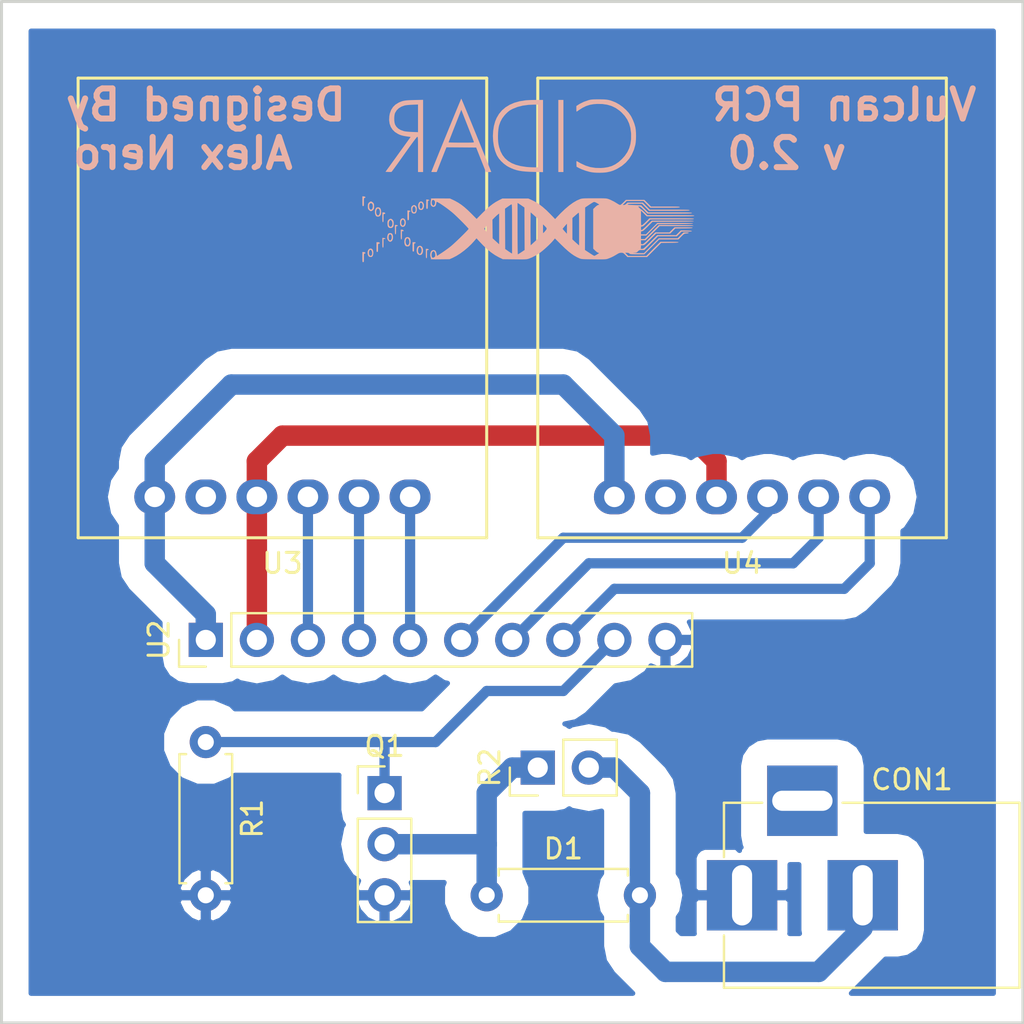
<source format=kicad_pcb>
(kicad_pcb (version 4) (host pcbnew 4.0.4-stable)

  (general
    (links 19)
    (no_connects 0)
    (area 153.594999 69.774999 204.725001 120.875)
    (thickness 1.6)
    (drawings 6)
    (tracks 49)
    (zones 0)
    (modules 9)
    (nets 16)
  )

  (page A4)
  (layers
    (0 F.Cu signal)
    (31 B.Cu signal)
    (32 B.Adhes user)
    (33 F.Adhes user)
    (34 B.Paste user)
    (35 F.Paste user)
    (36 B.SilkS user)
    (37 F.SilkS user)
    (38 B.Mask user)
    (39 F.Mask user)
    (40 Dwgs.User user)
    (41 Cmts.User user)
    (42 Eco1.User user)
    (43 Eco2.User user)
    (44 Edge.Cuts user)
    (45 Margin user)
    (46 B.CrtYd user)
    (47 F.CrtYd user)
    (48 B.Fab user)
    (49 F.Fab user)
  )

  (setup
    (last_trace_width 0.508)
    (trace_clearance 0.2)
    (zone_clearance 1.27)
    (zone_45_only no)
    (trace_min 0.2)
    (segment_width 0.2)
    (edge_width 0.15)
    (via_size 0.6)
    (via_drill 0.4)
    (via_min_size 0.4)
    (via_min_drill 0.3)
    (uvia_size 0.3)
    (uvia_drill 0.1)
    (uvias_allowed no)
    (uvia_min_size 0.2)
    (uvia_min_drill 0.1)
    (pcb_text_width 0.3)
    (pcb_text_size 1.5 1.5)
    (mod_edge_width 0.15)
    (mod_text_size 1 1)
    (mod_text_width 0.15)
    (pad_size 1.524 1.524)
    (pad_drill 0.762)
    (pad_to_mask_clearance 0.2)
    (aux_axis_origin 0 0)
    (visible_elements FFFFFF7F)
    (pcbplotparams
      (layerselection 0x01030_80000001)
      (usegerberextensions false)
      (excludeedgelayer true)
      (linewidth 0.100000)
      (plotframeref false)
      (viasonmask false)
      (mode 1)
      (useauxorigin false)
      (hpglpennumber 1)
      (hpglpenspeed 20)
      (hpglpendiameter 15)
      (hpglpenoverlay 2)
      (psnegative false)
      (psa4output false)
      (plotreference false)
      (plotvalue false)
      (plotinvisibletext false)
      (padsonsilk false)
      (subtractmaskfromsilk false)
      (outputformat 1)
      (mirror false)
      (drillshape 0)
      (scaleselection 1)
      (outputdirectory ""))
  )

  (net 0 "")
  (net 1 "Net-(D1-Pad1)")
  (net 2 "Net-(U2-Pad13)")
  (net 3 "Net-(U2-Pad4)")
  (net 4 "Net-(U2-Pad5)")
  (net 5 "Net-(U2-Pad6)")
  (net 6 "Net-(U2-Pad10)")
  (net 7 "Net-(U2-Pad11)")
  (net 8 "Net-(U2-Pad12)")
  (net 9 "Net-(U2-Pad17)")
  (net 10 "Net-(U3-Pad2)")
  (net 11 "Net-(U4-Pad2)")
  (net 12 "Net-(CON1-Pad1)")
  (net 13 "Net-(CON1-Pad2)")
  (net 14 "Net-(CON1-Pad3)")
  (net 15 "Net-(Q1-Pad1)")

  (net_class Default "This is the default net class."
    (clearance 0.2)
    (trace_width 0.508)
    (via_dia 0.6)
    (via_drill 0.4)
    (uvia_dia 0.3)
    (uvia_drill 0.1)
    (add_net "Net-(CON1-Pad1)")
    (add_net "Net-(CON1-Pad3)")
    (add_net "Net-(Q1-Pad1)")
    (add_net "Net-(U2-Pad10)")
    (add_net "Net-(U2-Pad11)")
    (add_net "Net-(U2-Pad12)")
    (add_net "Net-(U2-Pad4)")
    (add_net "Net-(U2-Pad5)")
    (add_net "Net-(U2-Pad6)")
    (add_net "Net-(U3-Pad2)")
    (add_net "Net-(U4-Pad2)")
  )

  (net_class 24V ""
    (clearance 0.2)
    (trace_width 1.016)
    (via_dia 0.6)
    (via_drill 0.4)
    (uvia_dia 0.3)
    (uvia_drill 0.1)
    (add_net "Net-(CON1-Pad2)")
    (add_net "Net-(D1-Pad1)")
  )

  (net_class 3.3V ""
    (clearance 0.2)
    (trace_width 1.016)
    (via_dia 0.6)
    (via_drill 0.4)
    (uvia_dia 0.3)
    (uvia_drill 0.1)
    (add_net "Net-(U2-Pad13)")
  )

  (net_class Analog_Ground ""
    (clearance 0.2)
    (trace_width 1.016)
    (via_dia 0.6)
    (via_drill 0.4)
    (uvia_dia 0.3)
    (uvia_drill 0.1)
    (add_net "Net-(U2-Pad17)")
  )

  (module Resistors_ThroughHole:R_Axial_DIN0207_L6.3mm_D2.5mm_P7.62mm_Horizontal (layer F.Cu) (tedit 5874F706) (tstamp 58CB1A86)
    (at 177.8 114.3)
    (descr "Resistor, Axial_DIN0207 series, Axial, Horizontal, pin pitch=7.62mm, 0.25W = 1/4W, length*diameter=6.3*2.5mm^2, http://cdn-reichelt.de/documents/datenblatt/B400/1_4W%23YAG.pdf")
    (tags "Resistor Axial_DIN0207 series Axial Horizontal pin pitch 7.62mm 0.25W = 1/4W length 6.3mm diameter 2.5mm")
    (path /58409226)
    (fp_text reference D1 (at 3.81 -2.31) (layer F.SilkS)
      (effects (font (size 1 1) (thickness 0.15)))
    )
    (fp_text value D (at 3.81 2.31) (layer F.Fab)
      (effects (font (size 1 1) (thickness 0.15)))
    )
    (fp_line (start 0.66 -1.25) (end 0.66 1.25) (layer F.Fab) (width 0.1))
    (fp_line (start 0.66 1.25) (end 6.96 1.25) (layer F.Fab) (width 0.1))
    (fp_line (start 6.96 1.25) (end 6.96 -1.25) (layer F.Fab) (width 0.1))
    (fp_line (start 6.96 -1.25) (end 0.66 -1.25) (layer F.Fab) (width 0.1))
    (fp_line (start 0 0) (end 0.66 0) (layer F.Fab) (width 0.1))
    (fp_line (start 7.62 0) (end 6.96 0) (layer F.Fab) (width 0.1))
    (fp_line (start 0.6 -0.98) (end 0.6 -1.31) (layer F.SilkS) (width 0.12))
    (fp_line (start 0.6 -1.31) (end 7.02 -1.31) (layer F.SilkS) (width 0.12))
    (fp_line (start 7.02 -1.31) (end 7.02 -0.98) (layer F.SilkS) (width 0.12))
    (fp_line (start 0.6 0.98) (end 0.6 1.31) (layer F.SilkS) (width 0.12))
    (fp_line (start 0.6 1.31) (end 7.02 1.31) (layer F.SilkS) (width 0.12))
    (fp_line (start 7.02 1.31) (end 7.02 0.98) (layer F.SilkS) (width 0.12))
    (fp_line (start -1.05 -1.6) (end -1.05 1.6) (layer F.CrtYd) (width 0.05))
    (fp_line (start -1.05 1.6) (end 8.7 1.6) (layer F.CrtYd) (width 0.05))
    (fp_line (start 8.7 1.6) (end 8.7 -1.6) (layer F.CrtYd) (width 0.05))
    (fp_line (start 8.7 -1.6) (end -1.05 -1.6) (layer F.CrtYd) (width 0.05))
    (pad 1 thru_hole circle (at 0 0) (size 1.6 1.6) (drill 0.8) (layers *.Cu *.Mask)
      (net 1 "Net-(D1-Pad1)"))
    (pad 2 thru_hole oval (at 7.62 0) (size 1.6 1.6) (drill 0.8) (layers *.Cu *.Mask)
      (net 13 "Net-(CON1-Pad2)"))
    (model Resistors_THT.3dshapes/R_Axial_DIN0207_L6.3mm_D2.5mm_P7.62mm_Horizontal.wrl
      (at (xyz 0 0 0))
      (scale (xyz 0.393701 0.393701 0.393701))
      (rotate (xyz 0 0 0))
    )
  )

  (module Resistors_ThroughHole:R_Axial_DIN0207_L6.3mm_D2.5mm_P7.62mm_Horizontal (layer F.Cu) (tedit 5874F706) (tstamp 58CB1A93)
    (at 163.83 106.68 270)
    (descr "Resistor, Axial_DIN0207 series, Axial, Horizontal, pin pitch=7.62mm, 0.25W = 1/4W, length*diameter=6.3*2.5mm^2, http://cdn-reichelt.de/documents/datenblatt/B400/1_4W%23YAG.pdf")
    (tags "Resistor Axial_DIN0207 series Axial Horizontal pin pitch 7.62mm 0.25W = 1/4W length 6.3mm diameter 2.5mm")
    (path /584099E6)
    (fp_text reference R1 (at 3.81 -2.31 270) (layer F.SilkS)
      (effects (font (size 1 1) (thickness 0.15)))
    )
    (fp_text value R (at 3.81 2.31 270) (layer F.Fab)
      (effects (font (size 1 1) (thickness 0.15)))
    )
    (fp_line (start 0.66 -1.25) (end 0.66 1.25) (layer F.Fab) (width 0.1))
    (fp_line (start 0.66 1.25) (end 6.96 1.25) (layer F.Fab) (width 0.1))
    (fp_line (start 6.96 1.25) (end 6.96 -1.25) (layer F.Fab) (width 0.1))
    (fp_line (start 6.96 -1.25) (end 0.66 -1.25) (layer F.Fab) (width 0.1))
    (fp_line (start 0 0) (end 0.66 0) (layer F.Fab) (width 0.1))
    (fp_line (start 7.62 0) (end 6.96 0) (layer F.Fab) (width 0.1))
    (fp_line (start 0.6 -0.98) (end 0.6 -1.31) (layer F.SilkS) (width 0.12))
    (fp_line (start 0.6 -1.31) (end 7.02 -1.31) (layer F.SilkS) (width 0.12))
    (fp_line (start 7.02 -1.31) (end 7.02 -0.98) (layer F.SilkS) (width 0.12))
    (fp_line (start 0.6 0.98) (end 0.6 1.31) (layer F.SilkS) (width 0.12))
    (fp_line (start 0.6 1.31) (end 7.02 1.31) (layer F.SilkS) (width 0.12))
    (fp_line (start 7.02 1.31) (end 7.02 0.98) (layer F.SilkS) (width 0.12))
    (fp_line (start -1.05 -1.6) (end -1.05 1.6) (layer F.CrtYd) (width 0.05))
    (fp_line (start -1.05 1.6) (end 8.7 1.6) (layer F.CrtYd) (width 0.05))
    (fp_line (start 8.7 1.6) (end 8.7 -1.6) (layer F.CrtYd) (width 0.05))
    (fp_line (start 8.7 -1.6) (end -1.05 -1.6) (layer F.CrtYd) (width 0.05))
    (pad 1 thru_hole circle (at 0 0 270) (size 1.6 1.6) (drill 0.8) (layers *.Cu *.Mask)
      (net 15 "Net-(Q1-Pad1)"))
    (pad 2 thru_hole oval (at 7.62 0 270) (size 1.6 1.6) (drill 0.8) (layers *.Cu *.Mask)
      (net 12 "Net-(CON1-Pad1)"))
    (model Resistors_THT.3dshapes/R_Axial_DIN0207_L6.3mm_D2.5mm_P7.62mm_Horizontal.wrl
      (at (xyz 0 0 0))
      (scale (xyz 0.393701 0.393701 0.393701))
      (rotate (xyz 0 0 0))
    )
  )

  (module Pin_Headers:Pin_Header_Straight_1x02_Pitch2.54mm (layer F.Cu) (tedit 5862ED52) (tstamp 58CB1A99)
    (at 180.34 107.95 90)
    (descr "Through hole straight pin header, 1x02, 2.54mm pitch, single row")
    (tags "Through hole pin header THT 1x02 2.54mm single row")
    (path /584091EE)
    (fp_text reference R2 (at 0 -2.39 90) (layer F.SilkS)
      (effects (font (size 1 1) (thickness 0.15)))
    )
    (fp_text value "Nichrome Wire" (at 0 4.93 90) (layer F.Fab)
      (effects (font (size 1 1) (thickness 0.15)))
    )
    (fp_line (start -1.27 -1.27) (end -1.27 3.81) (layer F.Fab) (width 0.1))
    (fp_line (start -1.27 3.81) (end 1.27 3.81) (layer F.Fab) (width 0.1))
    (fp_line (start 1.27 3.81) (end 1.27 -1.27) (layer F.Fab) (width 0.1))
    (fp_line (start 1.27 -1.27) (end -1.27 -1.27) (layer F.Fab) (width 0.1))
    (fp_line (start -1.39 1.27) (end -1.39 3.93) (layer F.SilkS) (width 0.12))
    (fp_line (start -1.39 3.93) (end 1.39 3.93) (layer F.SilkS) (width 0.12))
    (fp_line (start 1.39 3.93) (end 1.39 1.27) (layer F.SilkS) (width 0.12))
    (fp_line (start 1.39 1.27) (end -1.39 1.27) (layer F.SilkS) (width 0.12))
    (fp_line (start -1.39 0) (end -1.39 -1.39) (layer F.SilkS) (width 0.12))
    (fp_line (start -1.39 -1.39) (end 0 -1.39) (layer F.SilkS) (width 0.12))
    (fp_line (start -1.6 -1.6) (end -1.6 4.1) (layer F.CrtYd) (width 0.05))
    (fp_line (start -1.6 4.1) (end 1.6 4.1) (layer F.CrtYd) (width 0.05))
    (fp_line (start 1.6 4.1) (end 1.6 -1.6) (layer F.CrtYd) (width 0.05))
    (fp_line (start 1.6 -1.6) (end -1.6 -1.6) (layer F.CrtYd) (width 0.05))
    (pad 1 thru_hole rect (at 0 0 90) (size 1.7 1.7) (drill 1) (layers *.Cu *.Mask)
      (net 1 "Net-(D1-Pad1)"))
    (pad 2 thru_hole oval (at 0 2.54 90) (size 1.7 1.7) (drill 1) (layers *.Cu *.Mask)
      (net 13 "Net-(CON1-Pad2)"))
    (model Pin_Headers.3dshapes/Pin_Header_Straight_1x02_Pitch2.54mm.wrl
      (at (xyz 0 -0.05 0))
      (scale (xyz 1 1 1))
      (rotate (xyz 0 0 90))
    )
  )

  (module PCR:thermo_amp (layer F.Cu) (tedit 58DAC990) (tstamp 58CB1AB7)
    (at 167.64 85.09)
    (path /58C20272)
    (fp_text reference U3 (at 0 12.7) (layer F.SilkS)
      (effects (font (size 1 1) (thickness 0.15)))
    )
    (fp_text value Amplifier (at 0 -13.97) (layer F.Fab)
      (effects (font (size 1 1) (thickness 0.15)))
    )
    (fp_line (start -10.16 -11.43) (end 10.16 -11.43) (layer F.SilkS) (width 0.15))
    (fp_line (start 10.16 -11.43) (end 10.16 11.43) (layer F.SilkS) (width 0.15))
    (fp_line (start 10.16 11.43) (end -10.16 11.43) (layer F.SilkS) (width 0.15))
    (fp_line (start -10.16 11.43) (end -10.16 -11.43) (layer F.SilkS) (width 0.15))
    (pad 6 thru_hole oval (at 6.35 9.398) (size 2.032 1.7272) (drill 1.016) (layers *.Cu *.Mask)
      (net 6 "Net-(U2-Pad10)"))
    (pad 5 thru_hole oval (at 3.81 9.398) (size 2.032 1.7272) (drill 1.016) (layers *.Cu *.Mask)
      (net 7 "Net-(U2-Pad11)"))
    (pad 4 thru_hole oval (at 1.27 9.398) (size 2.032 1.7272) (drill 1.016) (layers *.Cu *.Mask)
      (net 8 "Net-(U2-Pad12)"))
    (pad 3 thru_hole oval (at -1.27 9.398) (size 2.032 1.7272) (drill 1.016) (layers *.Cu *.Mask)
      (net 9 "Net-(U2-Pad17)"))
    (pad 2 thru_hole oval (at -3.81 9.398) (size 2.032 1.7272) (drill 1.016) (layers *.Cu *.Mask)
      (net 10 "Net-(U3-Pad2)"))
    (pad 1 thru_hole oval (at -6.35 9.398) (size 2.032 1.7272) (drill 1.016) (layers *.Cu *.Mask)
      (net 2 "Net-(U2-Pad13)"))
  )

  (module PCR:thermo_amp (layer F.Cu) (tedit 58DAC981) (tstamp 58CB1AC5)
    (at 190.5 85.09)
    (path /58C20290)
    (fp_text reference U4 (at 0 12.7) (layer F.SilkS)
      (effects (font (size 1 1) (thickness 0.15)))
    )
    (fp_text value Amplifier (at 0 -13.97) (layer F.Fab)
      (effects (font (size 1 1) (thickness 0.15)))
    )
    (fp_line (start -10.16 -11.43) (end 10.16 -11.43) (layer F.SilkS) (width 0.15))
    (fp_line (start 10.16 -11.43) (end 10.16 11.43) (layer F.SilkS) (width 0.15))
    (fp_line (start 10.16 11.43) (end -10.16 11.43) (layer F.SilkS) (width 0.15))
    (fp_line (start -10.16 11.43) (end -10.16 -11.43) (layer F.SilkS) (width 0.15))
    (pad 6 thru_hole oval (at 6.35 9.398) (size 2.032 1.7272) (drill 1.016) (layers *.Cu *.Mask)
      (net 3 "Net-(U2-Pad4)"))
    (pad 5 thru_hole oval (at 3.81 9.398) (size 2.032 1.7272) (drill 1.016) (layers *.Cu *.Mask)
      (net 4 "Net-(U2-Pad5)"))
    (pad 4 thru_hole oval (at 1.27 9.398) (size 2.032 1.7272) (drill 1.016) (layers *.Cu *.Mask)
      (net 5 "Net-(U2-Pad6)"))
    (pad 3 thru_hole oval (at -1.27 9.398) (size 2.032 1.7272) (drill 1.016) (layers *.Cu *.Mask)
      (net 9 "Net-(U2-Pad17)"))
    (pad 2 thru_hole oval (at -3.81 9.398) (size 2.032 1.7272) (drill 1.016) (layers *.Cu *.Mask)
      (net 11 "Net-(U4-Pad2)"))
    (pad 1 thru_hole oval (at -6.35 9.398) (size 2.032 1.7272) (drill 1.016) (layers *.Cu *.Mask)
      (net 2 "Net-(U2-Pad13)"))
  )

  (module Connect:BARREL_JACK (layer F.Cu) (tedit 5861378E) (tstamp 58D9C547)
    (at 190.5 114.3 180)
    (descr "DC Barrel Jack")
    (tags "Power Jack")
    (path /58D83E36)
    (fp_text reference CON1 (at -8.45 5.75 360) (layer F.SilkS)
      (effects (font (size 1 1) (thickness 0.15)))
    )
    (fp_text value BARREL_JACK (at -6.2 -5.5 180) (layer F.Fab)
      (effects (font (size 1 1) (thickness 0.15)))
    )
    (fp_line (start 1 -4.5) (end 1 -4.75) (layer F.CrtYd) (width 0.05))
    (fp_line (start 1 -4.75) (end -14 -4.75) (layer F.CrtYd) (width 0.05))
    (fp_line (start 1 -4.5) (end 1 -2) (layer F.CrtYd) (width 0.05))
    (fp_line (start 1 -2) (end 2 -2) (layer F.CrtYd) (width 0.05))
    (fp_line (start 2 -2) (end 2 2) (layer F.CrtYd) (width 0.05))
    (fp_line (start 2 2) (end 1 2) (layer F.CrtYd) (width 0.05))
    (fp_line (start 1 2) (end 1 4.75) (layer F.CrtYd) (width 0.05))
    (fp_line (start 1 4.75) (end -1 4.75) (layer F.CrtYd) (width 0.05))
    (fp_line (start -1 4.75) (end -1 6.75) (layer F.CrtYd) (width 0.05))
    (fp_line (start -1 6.75) (end -5 6.75) (layer F.CrtYd) (width 0.05))
    (fp_line (start -5 6.75) (end -5 4.75) (layer F.CrtYd) (width 0.05))
    (fp_line (start -5 4.75) (end -14 4.75) (layer F.CrtYd) (width 0.05))
    (fp_line (start -14 4.75) (end -14 -4.75) (layer F.CrtYd) (width 0.05))
    (fp_line (start -5 4.6) (end -13.8 4.6) (layer F.SilkS) (width 0.12))
    (fp_line (start -13.8 4.6) (end -13.8 -4.6) (layer F.SilkS) (width 0.12))
    (fp_line (start 0.9 1.9) (end 0.9 4.6) (layer F.SilkS) (width 0.12))
    (fp_line (start 0.9 4.6) (end -1 4.6) (layer F.SilkS) (width 0.12))
    (fp_line (start -13.8 -4.6) (end 0.9 -4.6) (layer F.SilkS) (width 0.12))
    (fp_line (start 0.9 -4.6) (end 0.9 -2) (layer F.SilkS) (width 0.12))
    (fp_line (start -10.2 -4.5) (end -10.2 4.5) (layer F.Fab) (width 0.1))
    (fp_line (start -13.7 -4.5) (end -13.7 4.5) (layer F.Fab) (width 0.1))
    (fp_line (start -13.7 4.5) (end 0.8 4.5) (layer F.Fab) (width 0.1))
    (fp_line (start 0.8 4.5) (end 0.8 -4.5) (layer F.Fab) (width 0.1))
    (fp_line (start 0.8 -4.5) (end -13.7 -4.5) (layer F.Fab) (width 0.1))
    (pad 1 thru_hole rect (at 0 0 180) (size 3.5 3.5) (drill oval 1 3) (layers *.Cu *.Mask)
      (net 12 "Net-(CON1-Pad1)"))
    (pad 2 thru_hole rect (at -6 0 180) (size 3.5 3.5) (drill oval 1 3) (layers *.Cu *.Mask)
      (net 13 "Net-(CON1-Pad2)"))
    (pad 3 thru_hole rect (at -3 4.7 180) (size 3.5 3.5) (drill oval 3 1) (layers *.Cu *.Mask)
      (net 14 "Net-(CON1-Pad3)"))
  )

  (module PCR:Arduino_Pin_Header_1x10 (layer F.Cu) (tedit 58D9C8CA) (tstamp 58D9C90E)
    (at 163.83 101.6 90)
    (descr "Through hole straight pin header, 1x10, 2.54mm pitch, single row")
    (tags "Through hole pin header THT 1x10 2.54mm single row")
    (path /58C090EE)
    (fp_text reference U2 (at 0 -2.33 90) (layer F.SilkS)
      (effects (font (size 1 1) (thickness 0.15)))
    )
    (fp_text value Arduino (at 0 25.19 90) (layer F.Fab)
      (effects (font (size 1 1) (thickness 0.15)))
    )
    (fp_line (start -1.27 -1.27) (end -1.27 24.13) (layer F.Fab) (width 0.1))
    (fp_line (start -1.27 24.13) (end 1.27 24.13) (layer F.Fab) (width 0.1))
    (fp_line (start 1.27 24.13) (end 1.27 -1.27) (layer F.Fab) (width 0.1))
    (fp_line (start 1.27 -1.27) (end -1.27 -1.27) (layer F.Fab) (width 0.1))
    (fp_line (start -1.33 1.27) (end -1.33 24.19) (layer F.SilkS) (width 0.12))
    (fp_line (start -1.33 24.19) (end 1.33 24.19) (layer F.SilkS) (width 0.12))
    (fp_line (start 1.33 24.19) (end 1.33 1.27) (layer F.SilkS) (width 0.12))
    (fp_line (start 1.33 1.27) (end -1.33 1.27) (layer F.SilkS) (width 0.12))
    (fp_line (start -1.33 0) (end -1.33 -1.33) (layer F.SilkS) (width 0.12))
    (fp_line (start -1.33 -1.33) (end 0 -1.33) (layer F.SilkS) (width 0.12))
    (fp_line (start -1.8 -1.8) (end -1.8 24.65) (layer F.CrtYd) (width 0.05))
    (fp_line (start -1.8 24.65) (end 1.8 24.65) (layer F.CrtYd) (width 0.05))
    (fp_line (start 1.8 24.65) (end 1.8 -1.8) (layer F.CrtYd) (width 0.05))
    (fp_line (start 1.8 -1.8) (end -1.8 -1.8) (layer F.CrtYd) (width 0.05))
    (fp_text user %R (at 0 -2.33 90) (layer F.Fab)
      (effects (font (size 1 1) (thickness 0.15)))
    )
    (pad 13 thru_hole rect (at 0 0 90) (size 1.7 1.7) (drill 1) (layers *.Cu *.Mask)
      (net 2 "Net-(U2-Pad13)"))
    (pad 17 thru_hole oval (at 0 2.54 90) (size 1.7 1.7) (drill 1) (layers *.Cu *.Mask)
      (net 9 "Net-(U2-Pad17)"))
    (pad 12 thru_hole oval (at 0 5.08 90) (size 1.7 1.7) (drill 1) (layers *.Cu *.Mask)
      (net 8 "Net-(U2-Pad12)"))
    (pad 11 thru_hole oval (at 0 7.62 90) (size 1.7 1.7) (drill 1) (layers *.Cu *.Mask)
      (net 7 "Net-(U2-Pad11)"))
    (pad 10 thru_hole oval (at 0 10.16 90) (size 1.7 1.7) (drill 1) (layers *.Cu *.Mask)
      (net 6 "Net-(U2-Pad10)"))
    (pad 6 thru_hole oval (at 0 12.7 90) (size 1.7 1.7) (drill 1) (layers *.Cu *.Mask)
      (net 5 "Net-(U2-Pad6)"))
    (pad 5 thru_hole oval (at 0 15.24 90) (size 1.7 1.7) (drill 1) (layers *.Cu *.Mask)
      (net 4 "Net-(U2-Pad5)"))
    (pad 4 thru_hole oval (at 0 17.78 90) (size 1.7 1.7) (drill 1) (layers *.Cu *.Mask)
      (net 3 "Net-(U2-Pad4)"))
    (pad 3 thru_hole oval (at 0 20.32 90) (size 1.7 1.7) (drill 1) (layers *.Cu *.Mask)
      (net 15 "Net-(Q1-Pad1)"))
    (pad 16 thru_hole oval (at 0 22.86 90) (size 1.7 1.7) (drill 1) (layers *.Cu *.Mask)
      (net 12 "Net-(CON1-Pad1)"))
    (model ${KISYS3DMOD}/Pin_Headers.3dshapes/Pin_Header_Straight_1x10_Pitch2.54mm.wrl
      (at (xyz 0 -0.45 0))
      (scale (xyz 1 1 1))
      (rotate (xyz 0 0 90))
    )
  )

  (module Pin_Headers:Pin_Header_Straight_1x03_Pitch2.54mm (layer F.Cu) (tedit 58CD4EC1) (tstamp 58D9CD1B)
    (at 172.72 109.22)
    (descr "Through hole straight pin header, 1x03, 2.54mm pitch, single row")
    (tags "Through hole pin header THT 1x03 2.54mm single row")
    (path /58D848BB)
    (fp_text reference Q1 (at 0 -2.33) (layer F.SilkS)
      (effects (font (size 1 1) (thickness 0.15)))
    )
    (fp_text value BUZ11 (at 0 7.41) (layer F.Fab)
      (effects (font (size 1 1) (thickness 0.15)))
    )
    (fp_line (start -1.27 -1.27) (end -1.27 6.35) (layer F.Fab) (width 0.1))
    (fp_line (start -1.27 6.35) (end 1.27 6.35) (layer F.Fab) (width 0.1))
    (fp_line (start 1.27 6.35) (end 1.27 -1.27) (layer F.Fab) (width 0.1))
    (fp_line (start 1.27 -1.27) (end -1.27 -1.27) (layer F.Fab) (width 0.1))
    (fp_line (start -1.33 1.27) (end -1.33 6.41) (layer F.SilkS) (width 0.12))
    (fp_line (start -1.33 6.41) (end 1.33 6.41) (layer F.SilkS) (width 0.12))
    (fp_line (start 1.33 6.41) (end 1.33 1.27) (layer F.SilkS) (width 0.12))
    (fp_line (start 1.33 1.27) (end -1.33 1.27) (layer F.SilkS) (width 0.12))
    (fp_line (start -1.33 0) (end -1.33 -1.33) (layer F.SilkS) (width 0.12))
    (fp_line (start -1.33 -1.33) (end 0 -1.33) (layer F.SilkS) (width 0.12))
    (fp_line (start -1.8 -1.8) (end -1.8 6.85) (layer F.CrtYd) (width 0.05))
    (fp_line (start -1.8 6.85) (end 1.8 6.85) (layer F.CrtYd) (width 0.05))
    (fp_line (start 1.8 6.85) (end 1.8 -1.8) (layer F.CrtYd) (width 0.05))
    (fp_line (start 1.8 -1.8) (end -1.8 -1.8) (layer F.CrtYd) (width 0.05))
    (fp_text user %R (at 0 -2.33) (layer F.Fab)
      (effects (font (size 1 1) (thickness 0.15)))
    )
    (pad 1 thru_hole rect (at 0 0) (size 1.7 1.7) (drill 1) (layers *.Cu *.Mask)
      (net 15 "Net-(Q1-Pad1)"))
    (pad 2 thru_hole oval (at 0 2.54) (size 1.7 1.7) (drill 1) (layers *.Cu *.Mask)
      (net 1 "Net-(D1-Pad1)"))
    (pad 3 thru_hole oval (at 0 5.08) (size 1.7 1.7) (drill 1) (layers *.Cu *.Mask)
      (net 12 "Net-(CON1-Pad1)"))
    (model ${KISYS3DMOD}/Pin_Headers.3dshapes/Pin_Header_Straight_1x03_Pitch2.54mm.wrl
      (at (xyz 0 -0.1 0))
      (scale (xyz 1 1 1))
      (rotate (xyz 0 0 90))
    )
  )

  (module PCR:cidar_logo_adjusted_4 (layer B.Cu) (tedit 0) (tstamp 58DAC9B5)
    (at 179.705 78.74 180)
    (fp_text reference G*** (at 0 0 180) (layer B.SilkS) hide
      (effects (font (thickness 0.3)) (justify mirror))
    )
    (fp_text value LOGO (at 0.75 0 180) (layer B.SilkS) hide
      (effects (font (thickness 0.3)) (justify mirror))
    )
    (fp_poly (pts (xy 8.088753 -3.819054) (xy 8.088425 -3.922775) (xy 8.086809 -3.993713) (xy 8.082955 -4.038068)
      (xy 8.075915 -4.062037) (xy 8.064737 -4.071816) (xy 8.049772 -4.073614) (xy 8.032711 -4.071146)
      (xy 8.021514 -4.059252) (xy 8.014952 -4.031192) (xy 8.011801 -3.980228) (xy 8.010838 -3.89962)
      (xy 8.01079 -3.859212) (xy 8.010379 -3.765464) (xy 8.008296 -3.70394) (xy 8.00327 -3.667882)
      (xy 7.994026 -3.650534) (xy 7.97929 -3.64514) (xy 7.970378 -3.644811) (xy 7.939305 -3.63431)
      (xy 7.936432 -3.610703) (xy 7.957199 -3.584058) (xy 8.009884 -3.571085) (xy 8.015825 -3.570544)
      (xy 8.088753 -3.564495) (xy 8.088753 -3.819054)) (layer B.SilkS) (width 0.000553))
    (fp_poly (pts (xy -3.281115 -0.896761) (xy -3.143817 -0.897467) (xy -3.035724 -0.898969) (xy -2.951952 -0.901535)
      (xy -2.887612 -0.905431) (xy -2.837817 -0.910922) (xy -2.797681 -0.918276) (xy -2.762315 -0.92776)
      (xy -2.738616 -0.93552) (xy -2.571354 -1.008144) (xy -2.390257 -1.115191) (xy -2.197036 -1.255338)
      (xy -1.993403 -1.427264) (xy -1.78107 -1.629641) (xy -1.610731 -1.807547) (xy -1.498503 -1.929125)
      (xy -1.469847 -1.899399) (xy -0.623711 -1.899399) (xy -0.623711 -2.920416) (xy -0.453165 -3.077476)
      (xy -0.282619 -3.234536) (xy -0.277359 -2.825708) (xy -0.275905 -2.665449) (xy -0.275237 -2.482773)
      (xy -0.275355 -2.294241) (xy -0.276259 -2.11641) (xy -0.277359 -2.007199) (xy -0.282619 -1.597519)
      (xy -0.453165 -1.748458) (xy -0.623711 -1.899399) (xy -1.469847 -1.899399) (xy -1.270636 -1.692759)
      (xy -1.067808 -1.492189) (xy -0.876164 -1.323733) (xy -0.691066 -1.183879) (xy -0.507874 -1.069114)
      (xy -0.326515 -0.977952) (xy -0.165673 -0.90633) (xy 1.124431 -0.90633) (xy 1.307745 -0.998037)
      (xy 1.456712 -1.080148) (xy 1.604414 -1.177806) (xy 1.756171 -1.295175) (xy 1.917307 -1.436417)
      (xy 2.093143 -1.6057) (xy 2.124348 -1.637028) (xy 2.406799 -1.922103) (xy 2.679841 -1.646581)
      (xy 2.854866 -1.476216) (xy 3.015916 -1.333707) (xy 3.169874 -1.213977) (xy 3.323624 -1.111952)
      (xy 3.484053 -1.022554) (xy 3.60583 -0.963945) (xy 3.732522 -0.90633) (xy 4.229541 -0.90308)
      (xy 4.361796 -0.902569) (xy 4.478094 -0.902806) (xy 4.573752 -0.903724) (xy 4.644082 -0.905256)
      (xy 4.684401 -0.907336) (xy 4.691021 -0.909657) (xy 4.666206 -0.927932) (xy 4.670454 -0.951889)
      (xy 4.679748 -0.988235) (xy 4.688258 -1.048625) (xy 4.692841 -1.101623) (xy 4.694654 -1.174084)
      (xy 4.686882 -1.222493) (xy 4.666624 -1.261204) (xy 4.658392 -1.272169) (xy 4.603977 -1.314716)
      (xy 4.540635 -1.324554) (xy 4.479933 -1.300766) (xy 4.46452 -1.287491) (xy 4.443096 -1.259773)
      (xy 4.426712 -1.220261) (xy 4.412463 -1.15969) (xy 4.401025 -1.091091) (xy 4.471379 -1.091091)
      (xy 4.480159 -1.167265) (xy 4.490569 -1.196676) (xy 4.522604 -1.249788) (xy 4.557831 -1.264277)
      (xy 4.59565 -1.240006) (xy 4.60851 -1.223594) (xy 4.632139 -1.164149) (xy 4.637403 -1.091944)
      (xy 4.624021 -1.026048) (xy 4.61175 -1.003409) (xy 4.585649 -0.978663) (xy 4.553067 -0.981397)
      (xy 4.535609 -0.98869) (xy 4.490462 -1.028793) (xy 4.471379 -1.091091) (xy 4.401025 -1.091091)
      (xy 4.398789 -1.077686) (xy 4.381978 -1.074772) (xy 4.338833 -1.092955) (xy 4.273706 -1.129294)
      (xy 4.190956 -1.180849) (xy 4.094934 -1.24468) (xy 3.989996 -1.317848) (xy 3.880498 -1.397412)
      (xy 3.770794 -1.480433) (xy 3.665238 -1.56397) (xy 3.60583 -1.613015) (xy 3.54402 -1.667195)
      (xy 3.467542 -1.737681) (xy 3.380569 -1.820277) (xy 3.287277 -1.910784) (xy 3.191837 -2.005004)
      (xy 3.098423 -2.098741) (xy 3.011209 -2.187795) (xy 2.934368 -2.26797) (xy 2.872074 -2.335066)
      (xy 2.8285 -2.384889) (xy 2.80782 -2.413238) (xy 2.8067 -2.416788) (xy 2.820338 -2.438676)
      (xy 2.858552 -2.483063) (xy 2.917296 -2.545988) (xy 2.992518 -2.623488) (xy 3.080171 -2.711602)
      (xy 3.176204 -2.806369) (xy 3.276571 -2.903825) (xy 3.377223 -3.000011) (xy 3.474108 -3.090963)
      (xy 3.563181 -3.172721) (xy 3.640391 -3.241323) (xy 3.70169 -3.292807) (xy 3.703285 -3.29408)
      (xy 3.803604 -3.371316) (xy 3.921687 -3.458025) (xy 4.042176 -3.543129) (xy 4.141167 -3.609971)
      (xy 4.374394 -3.762728) (xy 4.385522 -3.706999) (xy 4.463432 -3.706999) (xy 4.466459 -3.766113)
      (xy 4.479669 -3.800504) (xy 4.50926 -3.824227) (xy 4.517033 -3.828573) (xy 4.563348 -3.85174)
      (xy 4.590131 -3.855251) (xy 4.611535 -3.839074) (xy 4.620722 -3.828336) (xy 4.640434 -3.780797)
      (xy 4.646727 -3.71333) (xy 4.640252 -3.642357) (xy 4.621667 -3.584302) (xy 4.610342 -3.567652)
      (xy 4.575098 -3.538002) (xy 4.549226 -3.527866) (xy 4.513369 -3.545747) (xy 4.484347 -3.593087)
      (xy 4.46669 -3.660431) (xy 4.463432 -3.706999) (xy 4.385522 -3.706999) (xy 4.395754 -3.655758)
      (xy 4.414229 -3.588098) (xy 4.438279 -3.531307) (xy 4.45304 -3.509091) (xy 4.507394 -3.47512)
      (xy 4.572488 -3.471639) (xy 4.635483 -3.498093) (xy 4.658202 -3.517971) (xy 4.693281 -3.578777)
      (xy 4.712492 -3.66053) (xy 4.714241 -3.747908) (xy 4.69694 -3.825585) (xy 4.691397 -3.837923)
      (xy 4.673064 -3.879814) (xy 4.674649 -3.902181) (xy 4.693997 -3.917713) (xy 4.689564 -3.924275)
      (xy 4.650922 -3.929063) (xy 4.577007 -3.932111) (xy 4.466755 -3.933455) (xy 4.319102 -3.933127)
      (xy 4.239286 -3.932434) (xy 3.752012 -3.927431) (xy 3.588961 -3.854852) (xy 3.410109 -3.762788)
      (xy 3.220434 -3.642763) (xy 3.027915 -3.500966) (xy 2.840526 -3.343584) (xy 2.666247 -3.176807)
      (xy 2.545607 -3.04542) (xy 2.411206 -2.889304) (xy 2.293248 -3.018549) (xy 2.081349 -3.240635)
      (xy 1.880655 -3.429583) (xy 1.687558 -3.588311) (xy 1.49845 -3.71974) (xy 1.309725 -3.826789)
      (xy 1.270923 -3.845906) (xy 1.10124 -3.927431) (xy 0.51411 -3.933344) (xy 0.345986 -3.9349)
      (xy 0.211801 -3.935639) (xy 0.106519 -3.935308) (xy 0.0251 -3.933658) (xy -0.037494 -3.930434)
      (xy -0.086299 -3.925387) (xy -0.126355 -3.918264) (xy -0.1627 -3.908815) (xy -0.197311 -3.897809)
      (xy -0.34541 -3.838206) (xy -0.508084 -3.754798) (xy -0.674566 -3.653404) (xy -0.766728 -3.590014)
      (xy -0.860195 -3.517696) (xy -0.918245 -3.468488) (xy 0.019155 -3.468488) (xy 0.179951 -3.576141)
      (xy 0.249517 -3.621777) (xy 0.307129 -3.657818) (xy 0.345109 -3.679558) (xy 0.355537 -3.683794)
      (xy 0.358075 -3.66484) (xy 0.360475 -3.610127) (xy 0.362701 -3.522878) (xy 0.364714 -3.406317)
      (xy 0.366478 -3.263664) (xy 0.367955 -3.098144) (xy 0.369108 -2.91298) (xy 0.369899 -2.711393)
      (xy 0.370291 -2.496608) (xy 0.370324 -2.415897) (xy 0.643202 -2.415897) (xy 0.643202 -3.647015)
      (xy 0.696803 -3.61519) (xy 0.739998 -3.587785) (xy 0.801512 -3.546657) (xy 0.867348 -3.501183)
      (xy 0.984294 -3.419001) (xy 0.985366 -3.182056) (xy 1.286404 -3.182056) (xy 1.447205 -3.035737)
      (xy 1.608005 -2.889418) (xy 1.611685 -2.563063) (xy 1.911164 -2.563063) (xy 1.968589 -2.494845)
      (xy 2.003127 -2.451061) (xy 2.023891 -2.41944) (xy 2.026537 -2.412316) (xy 2.014838 -2.390401)
      (xy 1.984769 -2.352065) (xy 1.969159 -2.334351) (xy 1.911258 -2.270698) (xy 1.911211 -2.416881)
      (xy 1.911164 -2.563063) (xy 1.611685 -2.563063) (xy 1.61324 -2.425168) (xy 1.618474 -1.960917)
      (xy 1.52553 -1.865733) (xy 1.464152 -1.805441) (xy 1.400638 -1.74704) (xy 1.359495 -1.712004)
      (xy 1.286404 -1.653457) (xy 1.286404 -3.182056) (xy 0.985366 -3.182056) (xy 0.988829 -2.416048)
      (xy 0.993365 -1.413095) (xy 0.848826 -1.310657) (xy 0.781045 -1.263671) (xy 0.722716 -1.225142)
      (xy 0.682929 -1.200998) (xy 0.673744 -1.196499) (xy 0.667523 -1.196964) (xy 0.6622 -1.205325)
      (xy 0.657705 -1.22432) (xy 0.65397 -1.256693) (xy 0.650926 -1.305184) (xy 0.648504 -1.372534)
      (xy 0.646638 -1.461485) (xy 0.645256 -1.574777) (xy 0.644291 -1.715152) (xy 0.643674 -1.88535)
      (xy 0.643336 -2.088114) (xy 0.643209 -2.326184) (xy 0.643202 -2.415897) (xy 0.370324 -2.415897)
      (xy 0.370328 -2.406033) (xy 0.370328 -1.128273) (xy 0.316728 -1.160099) (xy 0.273533 -1.187503)
      (xy 0.212018 -1.228632) (xy 0.146182 -1.274106) (xy 0.029236 -1.356288) (xy 0.024196 -2.412388)
      (xy 0.019155 -3.468488) (xy -0.918245 -3.468488) (xy -0.969471 -3.425064) (xy -1.085602 -3.320454)
      (xy -1.199633 -3.212199) (xy -1.302609 -3.108637) (xy -1.385576 -3.018103) (xy -1.40189 -2.998787)
      (xy -1.48814 -2.894409) (xy -1.801455 -3.206634) (xy -1.982303 -3.381388) (xy -2.145731 -3.527122)
      (xy -2.296135 -3.647118) (xy -2.437914 -3.74466) (xy -2.575464 -3.823034) (xy -2.707565 -3.883265)
      (xy -2.739931 -3.895653) (xy -2.77209 -3.905528) (xy -2.808864 -3.91322) (xy -2.855071 -3.919061)
      (xy -2.915532 -3.923384) (xy -2.995066 -3.926518) (xy -3.098493 -3.928796) (xy -3.230633 -3.930549)
      (xy -3.396306 -3.932109) (xy -3.420665 -3.932317) (xy -3.590464 -3.933661) (xy -3.726202 -3.934334)
      (xy -3.832805 -3.934063) (xy -3.915191 -3.932574) (xy -3.978284 -3.929596) (xy -4.027004 -3.924855)
      (xy -4.066273 -3.918079) (xy -4.101011 -3.908995) (xy -4.136142 -3.897332) (xy -4.151577 -3.891821)
      (xy -4.27917 -3.841313) (xy -4.399911 -3.782626) (xy -4.52934 -3.70798) (xy -4.572739 -3.680962)
      (xy -4.646805 -3.637995) (xy -4.705854 -3.614847) (xy -4.764767 -3.606322) (xy -4.787806 -3.60583)
      (xy -4.838593 -3.607742) (xy -4.876881 -3.617463) (xy -4.913926 -3.640969) (xy -4.960984 -3.68424)
      (xy -4.989689 -3.71303) (xy -5.095558 -3.820231) (xy -6.071844 -3.820231) (xy -6.421914 -3.469755)
      (xy -6.771985 -3.119279) (xy -7.199738 -3.114044) (xy -7.349299 -3.111627) (xy -7.463407 -3.108335)
      (xy -7.545584 -3.103932) (xy -7.599353 -3.098178) (xy -7.62824 -3.090833) (xy -7.6356 -3.084446)
      (xy -7.630115 -3.076382) (xy -7.605166 -3.070189) (xy -7.55707 -3.065668) (xy -7.482141 -3.062616)
      (xy -7.376697 -3.060834) (xy -7.237051 -3.060119) (xy -7.188717 -3.060082) (xy -6.733724 -3.060082)
      (xy -6.032862 -3.761757) (xy -5.134037 -3.761757) (xy -5.057907 -3.683794) (xy -4.981777 -3.60583)
      (xy -5.070422 -3.60583) (xy -5.141464 -3.613221) (xy -5.187406 -3.637791) (xy -5.194344 -3.644811)
      (xy -5.209416 -3.658717) (xy -5.229598 -3.668867) (xy -5.260727 -3.675847) (xy -5.308635 -3.680243)
      (xy -5.379156 -3.682642) (xy -5.478123 -3.683628) (xy -5.582504 -3.683794) (xy -5.935386 -3.683794)
      (xy -6.30533 -3.313465) (xy -6.675274 -2.943136) (xy -7.631692 -2.943136) (xy -7.776036 -2.797822)
      (xy -7.841337 -2.73289) (xy -7.888018 -2.69065) (xy -7.924708 -2.665919) (xy -7.960032 -2.653511)
      (xy -8.00262 -2.648241) (xy -8.027391 -2.646768) (xy -8.0934 -2.63902) (xy -8.134131 -2.625452)
      (xy -8.142438 -2.616663) (xy -8.135505 -2.602976) (xy -8.100293 -2.595186) (xy -8.031956 -2.592355)
      (xy -8.016799 -2.592299) (xy -7.883123 -2.592299) (xy -7.737916 -2.738482) (xy -7.592709 -2.884664)
      (xy -6.655782 -2.884664) (xy -6.285839 -3.254993) (xy -5.915895 -3.625321) (xy -5.584356 -3.621398)
      (xy -5.487834 -3.619834) (xy -5.41806 -3.617831) (xy -5.378075 -3.615566) (xy -5.370919 -3.613211)
      (xy -5.39963 -3.61094) (xy -5.40079 -3.610888) (xy -5.477898 -3.606269) (xy -5.528257 -3.598)
      (xy -5.564094 -3.581837) (xy -5.597636 -3.553538) (xy -5.614141 -3.536847) (xy -5.652556 -3.500192)
      (xy -5.686953 -3.479963) (xy -5.731216 -3.471313) (xy -5.799225 -3.4694) (xy -5.807469 -3.469393)
      (xy -5.935418 -3.469393) (xy -6.616767 -2.787209) (xy -7.553972 -2.787209) (xy -7.669697 -2.670264)
      (xy -7.785423 -2.553318) (xy -8.045913 -2.553318) (xy -8.155824 -2.552459) (xy -8.231282 -2.549594)
      (xy -8.276785 -2.544289) (xy -8.296829 -2.53611) (xy -8.298306 -2.528954) (xy -8.281726 -2.518055)
      (xy -8.237829 -2.509847) (xy -8.163049 -2.50395) (xy -8.05382 -2.499983) (xy -8.018827 -2.499211)
      (xy -7.747443 -2.493832) (xy -7.631216 -2.611284) (xy -7.51499 -2.728736) (xy -6.577786 -2.728736)
      (xy -6.237111 -3.069828) (xy -6.130358 -3.176324) (xy -6.047024 -3.258163) (xy -5.983266 -3.318551)
      (xy -5.935238 -3.360692) (xy -5.899096 -3.387791) (xy -5.870993 -3.403052) (xy -5.847087 -3.40968)
      (xy -5.827869 -3.41092) (xy -5.759302 -3.41092) (xy -5.773253 -3.235501) (xy -5.854371 -3.235501)
      (xy -5.88233 -3.23446) (xy -5.907959 -3.229018) (xy -5.935693 -3.215698) (xy -5.969971 -3.19102)
      (xy -6.015229 -3.151508) (xy -6.075904 -3.093683) (xy -6.156435 -3.014067) (xy -6.227365 -2.943136)
      (xy -6.519243 -2.650772) (xy -7.222532 -2.650772) (xy -7.472943 -2.398114) (xy -7.901055 -2.392879)
      (xy -8.050681 -2.390463) (xy -8.164853 -2.387174) (xy -8.247093 -2.382775) (xy -8.300923 -2.377025)
      (xy -8.329867 -2.369688) (xy -8.337275 -2.36328) (xy -8.33179 -2.355219) (xy -8.306845 -2.349028)
      (xy -8.258757 -2.344506) (xy -8.183842 -2.341454) (xy -8.078418 -2.33967) (xy -7.938802 -2.338954)
      (xy -7.890032 -2.338916) (xy -7.43468 -2.338916) (xy -7.309115 -2.465608) (xy -7.183549 -2.592299)
      (xy -6.480261 -2.592299) (xy -6.188384 -2.884664) (xy -6.089434 -2.983174) (xy -6.013371 -3.057053)
      (xy -5.956026 -3.109729) (xy -5.913227 -3.144632) (xy -5.880806 -3.165193) (xy -5.854591 -3.174841)
      (xy -5.832917 -3.177028) (xy -5.795284 -3.175266) (xy -5.776519 -3.163267) (xy -5.770055 -3.130969)
      (xy -5.769328 -3.079574) (xy -5.769328 -2.982119) (xy -5.99388 -2.982119) (xy -6.344311 -2.631281)
      (xy -6.694743 -2.280444) (xy -7.539555 -2.280444) (xy -7.750707 -2.280227) (xy -7.925699 -2.279521)
      (xy -8.067349 -2.278245) (xy -8.178475 -2.276316) (xy -8.261898 -2.273653) (xy -8.320434 -2.270172)
      (xy -8.356904 -2.265793) (xy -8.374127 -2.260433) (xy -8.376248 -2.25608) (xy -8.365783 -2.249909)
      (xy -8.336991 -2.244663) (xy -8.287121 -2.240249) (xy -8.21342 -2.236573) (xy -8.113135 -2.233541)
      (xy -7.983513 -2.231059) (xy -7.821803 -2.229035) (xy -7.625251 -2.227374) (xy -7.512146 -2.226644)
      (xy -6.656159 -2.221572) (xy -6.305528 -2.572609) (xy -5.954898 -2.923646) (xy -5.769328 -2.923646)
      (xy -5.769328 -2.748227) (xy -6.03296 -2.748227) (xy -6.596799 -2.18338) (xy -7.472719 -2.178312)
      (xy -7.690495 -2.176819) (xy -7.872014 -2.17502) (xy -8.020004 -2.172825) (xy -8.137189 -2.170143)
      (xy -8.226297 -2.166882) (xy -8.290053 -2.162953) (xy -8.331183 -2.158264) (xy -8.352412 -2.152725)
      (xy -8.356758 -2.14888) (xy -8.351257 -2.142943) (xy -8.328624 -2.137991) (xy -8.28611 -2.133947)
      (xy -8.220968 -2.130734) (xy -8.13045 -2.12828) (xy -8.011808 -2.126506) (xy -7.862294 -2.125338)
      (xy -7.679162 -2.1247) (xy -7.471287 -2.124516) (xy -6.577698 -2.124516) (xy -6.295584 -2.407135)
      (xy -6.013469 -2.689754) (xy -5.769328 -2.689754) (xy -5.769328 -2.61179) (xy -5.771782 -2.56172)
      (xy -5.784264 -2.539459) (xy -5.814446 -2.533908) (xy -5.823233 -2.533826) (xy -5.8495 -2.528306)
      (xy -5.883294 -2.509408) (xy -5.928917 -2.473632) (xy -5.990669 -2.417473) (xy -6.072853 -2.337429)
      (xy -6.11025 -2.300105) (xy -6.343363 -2.066383) (xy -7.365491 -2.06134) (xy -7.601706 -2.059981)
      (xy -7.801489 -2.058375) (xy -7.967387 -2.056449) (xy -8.101952 -2.054129) (xy -8.207732 -2.051343)
      (xy -8.287276 -2.048019) (xy -8.343133 -2.044084) (xy -8.377853 -2.039465) (xy -8.393984 -2.034089)
      (xy -8.395739 -2.031934) (xy -8.39021 -2.026423) (xy -8.367954 -2.021754) (xy -8.32642 -2.017869)
      (xy -8.263057 -2.014708) (xy -8.175314 -2.012209) (xy -8.060638 -2.010314) (xy -7.916479 -2.008965)
      (xy -7.740286 -2.008099) (xy -7.529506 -2.007658) (xy -7.354289 -2.00757) (xy -6.30472 -2.00757)
      (xy -6.071438 -2.241462) (xy -5.99223 -2.31892) (xy -5.920377 -2.385545) (xy -5.861142 -2.436737)
      (xy -5.819788 -2.467897) (xy -5.803741 -2.475353) (xy -5.781907 -2.467771) (xy -5.771647 -2.438896)
      (xy -5.769328 -2.387644) (xy -5.771156 -2.333653) (xy -5.780969 -2.308076) (xy -5.805255 -2.300376)
      (xy -5.823334 -2.299935) (xy -5.853671 -2.293468) (xy -5.891696 -2.271425) (xy -5.942578 -2.229837)
      (xy -6.011486 -2.16474) (xy -6.051947 -2.124516) (xy -6.226553 -1.949097) (xy -7.313581 -1.949097)
      (xy -7.549207 -1.948998) (xy -7.748756 -1.948651) (xy -7.915133 -1.947976) (xy -8.05124 -1.946895)
      (xy -8.159984 -1.94533) (xy -8.244267 -1.943204) (xy -8.306994 -1.940438) (xy -8.35107 -1.936955)
      (xy -8.379399 -1.932675) (xy -8.394886 -1.92752) (xy -8.400433 -1.921414) (xy -8.400609 -1.919861)
      (xy -8.396955 -1.913575) (xy -8.384072 -1.908244) (xy -8.359083 -1.90379) (xy -8.319106 -1.900138)
      (xy -8.261265 -1.897212) (xy -8.182678 -1.894935) (xy -8.080469 -1.893232) (xy -7.951756 -1.892027)
      (xy -7.793662 -1.891243) (xy -7.603307 -1.890804) (xy -7.377811 -1.890634) (xy -7.29409 -1.890624)
      (xy -6.187571 -1.890624) (xy -6.012965 -2.066043) (xy -5.944029 -2.132686) (xy -5.882175 -2.187691)
      (xy -5.833798 -2.225694) (xy -5.805292 -2.241334) (xy -5.803844 -2.241462) (xy -5.79174 -2.238784)
      (xy -5.782837 -2.227328) (xy -5.776649 -2.201955) (xy -5.77269 -2.157529) (xy -5.770474 -2.088916)
      (xy -5.769516 -1.990977) (xy -5.769328 -1.876494) (xy -5.769328 -1.511526) (xy -6.052864 -1.79317)
      (xy -7.236482 -1.79317) (xy -7.483113 -1.79308) (xy -7.693548 -1.792767) (xy -7.870571 -1.79216)
      (xy -8.01697 -1.791191) (xy -8.135528 -1.789792) (xy -8.229032 -1.787893) (xy -8.300266 -1.785426)
      (xy -8.352016 -1.782321) (xy -8.387068 -1.778511) (xy -8.408207 -1.773925) (xy -8.418218 -1.768497)
      (xy -8.4201 -1.763933) (xy -8.416478 -1.757796) (xy -8.40374 -1.752567) (xy -8.379079 -1.748176)
      (xy -8.339688 -1.744551) (xy -8.282762 -1.741622) (xy -8.20549 -1.739319) (xy -8.105068 -1.737573)
      (xy -7.978688 -1.736311) (xy -7.823542 -1.735464) (xy -7.636824 -1.734961) (xy -7.415727 -1.734732)
      (xy -7.254992 -1.734697) (xy -6.089883 -1.734697) (xy -5.954492 -1.59826) (xy -5.894842 -1.540169)
      (xy -5.844015 -1.494384) (xy -5.808941 -1.466956) (xy -5.79817 -1.461823) (xy -5.773952 -1.448832)
      (xy -5.73367 -1.415365) (xy -5.701109 -1.383859) (xy -5.62498 -1.305895) (xy -5.682942 -1.305895)
      (xy -5.713132 -1.310982) (xy -5.748096 -1.329088) (xy -5.793487 -1.364476) (xy -5.854961 -1.421413)
      (xy -5.91551 -1.481314) (xy -6.090117 -1.656732) (xy -7.196635 -1.656732) (xy -7.43452 -1.656636)
      (xy -7.636303 -1.656296) (xy -7.804861 -1.655635) (xy -7.943076 -1.65458) (xy -8.053825 -1.653051)
      (xy -8.139988 -1.650975) (xy -8.204445 -1.648274) (xy -8.250073 -1.644873) (xy -8.279753 -1.640696)
      (xy -8.296363 -1.635667) (xy -8.302782 -1.629708) (xy -8.303154 -1.627497) (xy -8.299488 -1.621157)
      (xy -8.286552 -1.615788) (xy -8.261442 -1.611313) (xy -8.221251 -1.607652) (xy -8.163075 -1.604727)
      (xy -8.084008 -1.602461) (xy -7.981146 -1.600775) (xy -7.851582 -1.599589) (xy -7.692411 -1.598828)
      (xy -7.500728 -1.598413) (xy -7.273628 -1.598264) (xy -7.216899 -1.59826) (xy -6.130643 -1.59826)
      (xy -5.954163 -1.422513) (xy -5.777684 -1.246768) (xy -5.43257 -1.234286) (xy -5.307275 -1.229298)
      (xy -5.216504 -1.224401) (xy -5.155809 -1.219062) (xy -5.120736 -1.212749) (xy -5.106836 -1.20493)
      (xy -5.109177 -1.195631) (xy -5.12689 -1.185623) (xy -5.164039 -1.178336) (xy -5.225215 -1.173438)
      (xy -5.315009 -1.170603) (xy -5.438012 -1.169501) (xy -5.474883 -1.169459) (xy -5.818868 -1.169459)
      (xy -5.993474 -1.344877) (xy -6.16808 -1.520296) (xy -7.177144 -1.520296) (xy -7.403529 -1.520188)
      (xy -7.593945 -1.519807) (xy -7.751404 -1.519065) (xy -7.878918 -1.517875) (xy -7.979501 -1.51615)
      (xy -8.056162 -1.513802) (xy -8.111915 -1.510744) (xy -8.149773 -1.50689) (xy -8.172747 -1.50215)
      (xy -8.183849 -1.496439) (xy -8.186209 -1.491059) (xy -8.182479 -1.484441) (xy -8.169264 -1.478884)
      (xy -8.143523 -1.474299) (xy -8.102214 -1.470597) (xy -8.042295 -1.467686) (xy -7.960726 -1.465478)
      (xy -7.854466 -1.463884) (xy -7.720473 -1.462811) (xy -7.555707 -1.462171) (xy -7.357125 -1.461875)
      (xy -7.196635 -1.461823) (xy -6.207062 -1.461823) (xy -5.85785 -1.110985) (xy -5.094437 -1.110985)
      (xy -5.038417 -1.169459) (xy -4.975327 -1.216636) (xy -4.923429 -1.227931) (xy -4.864463 -1.227931)
      (xy -4.960452 -1.130476) (xy -5.056442 -1.033022) (xy -5.89688 -1.033022) (xy -6.226505 -1.364368)
      (xy -6.962719 -1.364368) (xy -7.153597 -1.36421) (xy -7.309007 -1.363645) (xy -7.432461 -1.362533)
      (xy -7.527472 -1.360732) (xy -7.597553 -1.358106) (xy -7.646217 -1.354514) (xy -7.676975 -1.349816)
      (xy -7.693343 -1.343874) (xy -7.698831 -1.336547) (xy -7.698934 -1.335132) (xy -7.694944 -1.327458)
      (xy -7.680601 -1.32123) (xy -7.652347 -1.316301) (xy -7.606622 -1.312527) (xy -7.539868 -1.309762)
      (xy -7.448527 -1.307862) (xy -7.32904 -1.306681) (xy -7.177847 -1.306074) (xy -6.991391 -1.305896)
      (xy -6.98221 -1.305895) (xy -6.265487 -1.305895) (xy -5.935862 -0.974549) (xy -5.017799 -0.974549)
      (xy -4.892234 -1.10124) (xy -4.832801 -1.157413) (xy -4.779728 -1.200812) (xy -4.741209 -1.225013)
      (xy -4.730636 -1.227931) (xy -4.694034 -1.217438) (xy -4.692034 -1.21642) (xy -3.689695 -1.21642)
      (xy -3.672859 -1.222185) (xy -3.654557 -1.224431) (xy -3.59618 -1.247135) (xy -3.521612 -1.304662)
      (xy -3.493757 -1.330966) (xy -3.391429 -1.431255) (xy -3.391429 -3.402507) (xy -3.493757 -3.502795)
      (xy -3.565818 -3.565589) (xy -3.625723 -3.602011) (xy -3.651226 -3.60933) (xy -3.676914 -3.613927)
      (xy -3.681647 -3.622736) (xy -3.661641 -3.640142) (xy -3.613113 -3.67053) (xy -3.583007 -3.688402)
      (xy -3.518033 -3.726888) (xy -3.477897 -3.749093) (xy -3.453362 -3.757664) (xy -3.435186 -3.755245)
      (xy -3.414131 -3.744484) (xy -3.404766 -3.739443) (xy -3.371802 -3.720052) (xy -3.314749 -3.684416)
      (xy -3.242004 -3.637844) (xy -3.171988 -3.592237) (xy -2.981784 -3.467346) (xy -2.986798 -2.416513)
      (xy -2.689754 -2.416513) (xy -2.689754 -3.23954) (xy -2.616663 -3.176235) (xy -2.560628 -3.126778)
      (xy -2.493984 -3.066679) (xy -2.450989 -3.027253) (xy -2.358407 -2.941574) (xy -2.358407 -2.161013)
      (xy -2.085534 -2.161013) (xy -2.084014 -2.660518) (xy -1.978047 -2.543572) (xy -1.928805 -2.488151)
      (xy -1.89161 -2.44424) (xy -1.872749 -2.419329) (xy -1.871607 -2.416737) (xy -1.872299 -2.415661)
      (xy -1.076722 -2.415661) (xy -1.057882 -2.457306) (xy -1.014646 -2.512328) (xy -1.003611 -2.525292)
      (xy -0.958167 -2.577239) (xy -0.923077 -2.61503) (xy -0.905347 -2.63115) (xy -0.904823 -2.631281)
      (xy -0.90154 -2.61309) (xy -0.898879 -2.563714) (xy -0.897131 -2.49095) (xy -0.896585 -2.412925)
      (xy -0.896585 -2.194568) (xy -0.976092 -2.271615) (xy -1.036905 -2.332752) (xy -1.070089 -2.377456)
      (xy -1.076722 -2.415661) (xy -1.872299 -2.415661) (xy -1.883324 -2.398533) (xy -1.914949 -2.358647)
      (xy -1.960493 -2.304532) (xy -1.978334 -2.28393) (xy -2.085534 -2.161013) (xy -2.358407 -2.161013)
      (xy -2.358407 -1.876809) (xy -2.489972 -1.761721) (xy -2.553222 -1.706747) (xy -2.608635 -1.659223)
      (xy -2.647219 -1.626834) (xy -2.655645 -1.620059) (xy -2.663959 -1.615263) (xy -2.670803 -1.617265)
      (xy -2.676319 -1.629391) (xy -2.68065 -1.654968) (xy -2.683938 -1.697325) (xy -2.686327 -1.759786)
      (xy -2.687957 -1.84568) (xy -2.688971 -1.958331) (xy -2.689514 -2.101068) (xy -2.689726 -2.277217)
      (xy -2.689754 -2.416513) (xy -2.986798 -2.416513) (xy -2.991864 -1.354623) (xy -3.186774 -1.222993)
      (xy -3.266717 -1.170414) (xy -3.338535 -1.125745) (xy -3.394153 -1.093847) (xy -3.424721 -1.079775)
      (xy -3.467308 -1.082458) (xy -3.531313 -1.109421) (xy -3.590394 -1.143187) (xy -3.652091 -1.181515)
      (xy -3.683982 -1.204395) (xy -3.689695 -1.21642) (xy -4.692034 -1.21642) (xy -4.641629 -1.190767)
      (xy -4.613127 -1.172823) (xy -4.43216 -1.062095) (xy -4.250416 -0.972646) (xy -4.183214 -0.94551)
      (xy -4.145784 -0.931761) (xy -4.111406 -0.920865) (xy -4.075133 -0.912489) (xy -4.032016 -0.906301)
      (xy -3.977104 -0.90197) (xy -3.905452 -0.899166) (xy -3.812108 -0.897556) (xy -3.692123 -0.89681)
      (xy -3.540551 -0.896596) (xy -3.452508 -0.896585) (xy -3.281115 -0.896761)) (layer B.SilkS) (width 0.000553))
    (fp_poly (pts (xy 4.931216 -3.644811) (xy 4.930483 -3.745653) (xy 4.927786 -3.813493) (xy 4.922382 -3.854299)
      (xy 4.913524 -3.874033) (xy 4.90198 -3.878703) (xy 4.888629 -3.87243) (xy 4.879943 -3.849411)
      (xy 4.875025 -3.803357) (xy 4.872975 -3.727973) (xy 4.872743 -3.674048) (xy 4.87247 -3.582989)
      (xy 4.870562 -3.523966) (xy 4.865386 -3.490034) (xy 4.85531 -3.474247) (xy 4.838699 -3.469659)
      (xy 4.824627 -3.469393) (xy 4.79005 -3.462653) (xy 4.787731 -3.440157) (xy 4.81561 -3.418078)
      (xy 4.865083 -3.41092) (xy 4.931216 -3.41092) (xy 4.931216 -3.644811)) (layer B.SilkS) (width 0.000553))
    (fp_poly (pts (xy 7.747985 -3.415632) (xy 7.794075 -3.465415) (xy 7.823633 -3.53928) (xy 7.825634 -3.549126)
      (xy 7.828939 -3.620295) (xy 7.817139 -3.6943) (xy 7.793811 -3.757849) (xy 7.762531 -3.79765)
      (xy 7.758026 -3.800408) (xy 7.702405 -3.817224) (xy 7.643355 -3.817169) (xy 7.60927 -3.805314)
      (xy 7.572842 -3.760309) (xy 7.549961 -3.6909) (xy 7.54164 -3.610738) (xy 7.600954 -3.610738)
      (xy 7.604879 -3.675406) (xy 7.621656 -3.724057) (xy 7.656163 -3.756143) (xy 7.698904 -3.756756)
      (xy 7.735721 -3.726334) (xy 7.739179 -3.720415) (xy 7.758767 -3.658862) (xy 7.761692 -3.589152)
      (xy 7.749701 -3.523933) (xy 7.724541 -3.475855) (xy 7.703236 -3.460256) (xy 7.665749 -3.462956)
      (xy 7.634281 -3.495168) (xy 7.611718 -3.547543) (xy 7.600954 -3.610738) (xy 7.54164 -3.610738)
      (xy 7.541516 -3.609554) (xy 7.548399 -3.528739) (xy 7.571498 -3.460922) (xy 7.583403 -3.442785)
      (xy 7.63536 -3.401118) (xy 7.692651 -3.393134) (xy 7.747985 -3.415632)) (layer B.SilkS) (width 0.000553))
    (fp_poly (pts (xy 5.316647 -3.287222) (xy 5.348011 -3.319332) (xy 5.37828 -3.386813) (xy 5.390491 -3.472966)
      (xy 5.384643 -3.561916) (xy 5.360736 -3.637787) (xy 5.348011 -3.658436) (xy 5.293919 -3.704356)
      (xy 5.228851 -3.721497) (xy 5.16504 -3.708576) (xy 5.128126 -3.681451) (xy 5.088641 -3.61368)
      (xy 5.070166 -3.526874) (xy 5.071202 -3.488884) (xy 5.140301 -3.488884) (xy 5.149563 -3.555401)
      (xy 5.173386 -3.614143) (xy 5.205831 -3.653829) (xy 5.23267 -3.664303) (xy 5.263625 -3.649665)
      (xy 5.290694 -3.620984) (xy 5.313939 -3.565635) (xy 5.320951 -3.497998) (xy 5.313705 -3.428541)
      (xy 5.294179 -3.367735) (xy 5.264344 -3.326048) (xy 5.23267 -3.313465) (xy 5.197645 -3.331054)
      (xy 5.166713 -3.376297) (xy 5.145816 -3.437913) (xy 5.140301 -3.488884) (xy 5.071202 -3.488884)
      (xy 5.072677 -3.434783) (xy 5.096151 -3.351161) (xy 5.128793 -3.300881) (xy 5.187621 -3.263127)
      (xy 5.253865 -3.258879) (xy 5.316647 -3.287222)) (layer B.SilkS) (width 0.000553))
    (fp_poly (pts (xy 7.387078 -3.323211) (xy 7.386724 -3.42432) (xy 7.384983 -3.492783) (xy 7.380844 -3.53493)
      (xy 7.373292 -3.557094) (xy 7.361316 -3.565609) (xy 7.348097 -3.566848) (xy 7.330707 -3.564282)
      (xy 7.319428 -3.551989) (xy 7.312947 -3.523077) (xy 7.309954 -3.470656) (xy 7.309134 -3.387831)
      (xy 7.309115 -3.362193) (xy 7.308816 -3.27113) (xy 7.306862 -3.212105) (xy 7.301658 -3.178172)
      (xy 7.291615 -3.162385) (xy 7.275139 -3.157801) (xy 7.262212 -3.157538) (xy 7.228304 -3.151042)
      (xy 7.22383 -3.125736) (xy 7.225503 -3.118556) (xy 7.241811 -3.091851) (xy 7.279229 -3.080808)
      (xy 7.311388 -3.079574) (xy 7.387078 -3.079574) (xy 7.387078 -3.323211)) (layer B.SilkS) (width 0.000553))
    (fp_poly (pts (xy 5.593909 -3.313465) (xy 5.593526 -3.412198) (xy 5.591661 -3.478409) (xy 5.587237 -3.518562)
      (xy 5.579176 -3.539114) (xy 5.566403 -3.546525) (xy 5.554927 -3.547357) (xy 5.537537 -3.544791)
      (xy 5.526258 -3.532498) (xy 5.519779 -3.503586) (xy 5.516785 -3.451165) (xy 5.515964 -3.36834)
      (xy 5.515945 -3.342702) (xy 5.515457 -3.251402) (xy 5.513115 -3.192189) (xy 5.507608 -3.158171)
      (xy 5.497623 -3.142454) (xy 5.481847 -3.138148) (xy 5.476964 -3.138047) (xy 5.445216 -3.125859)
      (xy 5.437981 -3.10881) (xy 5.450855 -3.088481) (xy 5.493532 -3.080104) (xy 5.515945 -3.079574)
      (xy 5.593909 -3.079574) (xy 5.593909 -3.313465)) (layer B.SilkS) (width 0.000553))
    (fp_poly (pts (xy 7.094714 -3.107634) (xy 7.094029 -3.211123) (xy 7.091507 -3.281498) (xy 7.086451 -3.324608)
      (xy 7.07816 -3.346307) (xy 7.065937 -3.352443) (xy 7.065478 -3.352447) (xy 7.052391 -3.346323)
      (xy 7.043774 -3.323832) (xy 7.038785 -3.278795) (xy 7.03658 -3.205033) (xy 7.036241 -3.138047)
      (xy 7.036241 -2.923646) (xy 6.985889 -2.923646) (xy 6.948609 -2.917025) (xy 6.94259 -2.901599)
      (xy 6.96331 -2.884023) (xy 7.006245 -2.870949) (xy 7.023129 -2.868869) (xy 7.094714 -2.86282)
      (xy 7.094714 -3.107634)) (layer B.SilkS) (width 0.000553))
    (fp_poly (pts (xy 5.914637 -2.838298) (xy 5.956719 -2.873618) (xy 5.985082 -2.935199) (xy 5.999726 -3.01281)
      (xy 6.00065 -3.096224) (xy 5.987856 -3.175215) (xy 5.961342 -3.239553) (xy 5.921109 -3.279008)
      (xy 5.914637 -3.281867) (xy 5.855278 -3.291917) (xy 5.791086 -3.286289) (xy 5.77379 -3.280929)
      (xy 5.737025 -3.2471) (xy 5.71023 -3.186113) (xy 5.694531 -3.108774) (xy 5.693313 -3.079762)
      (xy 5.751636 -3.079762) (xy 5.764104 -3.14534) (xy 5.772246 -3.163692) (xy 5.808456 -3.21642)
      (xy 5.844 -3.231565) (xy 5.882781 -3.210259) (xy 5.893831 -3.198937) (xy 5.92338 -3.146339)
      (xy 5.936229 -3.080196) (xy 5.933845 -3.010732) (xy 5.917692 -2.948175) (xy 5.889237 -2.902748)
      (xy 5.849945 -2.884677) (xy 5.848786 -2.884664) (xy 5.808261 -2.902158) (xy 5.776622 -2.947572)
      (xy 5.756778 -3.010307) (xy 5.751636 -3.079762) (xy 5.693313 -3.079762) (xy 5.691053 -3.02589)
      (xy 5.700922 -2.948267) (xy 5.725265 -2.886714) (xy 5.73176 -2.877547) (xy 5.787549 -2.835919)
      (xy 5.859393 -2.825564) (xy 5.914637 -2.838298)) (layer B.SilkS) (width 0.000553))
    (fp_poly (pts (xy 6.778258 -2.641069) (xy 6.791426 -2.649795) (xy 6.821328 -2.693592) (xy 6.843593 -2.760815)
      (xy 6.854538 -2.836109) (xy 6.851372 -2.899691) (xy 6.827302 -2.963455) (xy 6.785925 -3.018387)
      (xy 6.737212 -3.053338) (xy 6.70794 -3.060082) (xy 6.664713 -3.048196) (xy 6.628112 -3.025974)
      (xy 6.589335 -2.972419) (xy 6.567167 -2.896498) (xy 6.562076 -2.811333) (xy 6.562275 -2.810035)
      (xy 6.626749 -2.810035) (xy 6.628437 -2.874508) (xy 6.64572 -2.932997) (xy 6.667498 -2.964213)
      (xy 6.698362 -2.991098) (xy 6.720749 -2.990712) (xy 6.745462 -2.970938) (xy 6.770629 -2.934097)
      (xy 6.781659 -2.876289) (xy 6.782859 -2.836814) (xy 6.77572 -2.756387) (xy 6.752936 -2.708783)
      (xy 6.712461 -2.690288) (xy 6.701682 -2.689754) (xy 6.66473 -2.706754) (xy 6.6393 -2.750482)
      (xy 6.626749 -2.810035) (xy 6.562275 -2.810035) (xy 6.574531 -2.730043) (xy 6.605002 -2.665747)
      (xy 6.614823 -2.654527) (xy 6.661498 -2.630985) (xy 6.722626 -2.626322) (xy 6.778258 -2.641069)) (layer B.SilkS) (width 0.000553))
    (fp_poly (pts (xy 6.178639 -2.699499) (xy 6.177948 -2.802706) (xy 6.175408 -2.87281) (xy 6.170317 -2.915675)
      (xy 6.161968 -2.937162) (xy 6.14966 -2.943136) (xy 6.149402 -2.943136) (xy 6.136051 -2.936863)
      (xy 6.127366 -2.913845) (xy 6.122447 -2.86779) (xy 6.120397 -2.792407) (xy 6.120165 -2.738482)
      (xy 6.120165 -2.533826) (xy 6.070752 -2.533826) (xy 6.036597 -2.529909) (xy 6.034092 -2.51173)
      (xy 6.042201 -2.494845) (xy 6.080678 -2.46226) (xy 6.120851 -2.455862) (xy 6.178639 -2.455862)
      (xy 6.178639 -2.699499)) (layer B.SilkS) (width 0.000553))
    (fp_poly (pts (xy 6.471003 -2.455862) (xy 6.47027 -2.556703) (xy 6.467574 -2.624545) (xy 6.462169 -2.66535)
      (xy 6.45331 -2.685082) (xy 6.441767 -2.689754) (xy 6.428416 -2.683479) (xy 6.41973 -2.660462)
      (xy 6.414812 -2.614407) (xy 6.412762 -2.539024) (xy 6.41253 -2.485099) (xy 6.412256 -2.39404)
      (xy 6.410349 -2.335016) (xy 6.405173 -2.301084) (xy 6.395096 -2.285297) (xy 6.378485 -2.28071)
      (xy 6.364415 -2.280444) (xy 6.329837 -2.273703) (xy 6.327517 -2.251207) (xy 6.355397 -2.229128)
      (xy 6.404869 -2.221971) (xy 6.471003 -2.221971) (xy 6.471003 -2.455862)) (layer B.SilkS) (width 0.000553))
    (fp_poly (pts (xy 6.75702 -1.942818) (xy 6.784357 -1.967089) (xy 6.815981 -2.002924) (xy 6.833152 -2.039032)
      (xy 6.84016 -2.089154) (xy 6.841331 -2.149625) (xy 6.832915 -2.252634) (xy 6.806346 -2.323073)
      (xy 6.759642 -2.363844) (xy 6.690824 -2.377846) (xy 6.685403 -2.377899) (xy 6.624198 -2.369729)
      (xy 6.581059 -2.339748) (xy 6.569872 -2.326542) (xy 6.545074 -2.283601) (xy 6.532629 -2.22738)
      (xy 6.530466 -2.17609) (xy 6.594077 -2.17609) (xy 6.606166 -2.239015) (xy 6.631216 -2.288353)
      (xy 6.667929 -2.314489) (xy 6.690913 -2.315762) (xy 6.730986 -2.294909) (xy 6.758814 -2.260953)
      (xy 6.775737 -2.198609) (xy 6.774891 -2.123362) (xy 6.758197 -2.05222) (xy 6.729893 -2.004415)
      (xy 6.700667 -1.979261) (xy 6.677423 -1.980709) (xy 6.648553 -2.001925) (xy 6.613973 -2.047932)
      (xy 6.596247 -2.109191) (xy 6.594077 -2.17609) (xy 6.530466 -2.17609) (xy 6.529476 -2.152619)
      (xy 6.532195 -2.078425) (xy 6.543066 -2.028255) (xy 6.566169 -1.987367) (xy 6.579936 -1.970084)
      (xy 6.636867 -1.922272) (xy 6.695462 -1.913189) (xy 6.75702 -1.942818)) (layer B.SilkS) (width 0.000553))
    (fp_poly (pts (xy 6.122556 -1.898638) (xy 6.17581 -1.940206) (xy 6.177224 -1.94198) (xy 6.203835 -1.990009)
      (xy 6.215925 -2.054218) (xy 6.21762 -2.105025) (xy 6.212485 -2.185129) (xy 6.194821 -2.241013)
      (xy 6.177224 -2.26807) (xy 6.123363 -2.309356) (xy 6.059944 -2.31832) (xy 5.999322 -2.294094)
      (xy 5.984816 -2.281531) (xy 5.948629 -2.22183) (xy 5.929914 -2.139972) (xy 5.93058 -2.103749)
      (xy 5.990064 -2.103749) (xy 5.998669 -2.158644) (xy 6.010064 -2.188799) (xy 6.042323 -2.242961)
      (xy 6.077447 -2.258393) (xy 6.115094 -2.235009) (xy 6.128806 -2.217634) (xy 6.153853 -2.153599)
      (xy 6.156462 -2.077795) (xy 6.137082 -2.008699) (xy 6.123201 -1.986988) (xy 6.083151 -1.955443)
      (xy 6.04662 -1.962018) (xy 6.015434 -2.005885) (xy 6.002405 -2.041586) (xy 5.990064 -2.103749)
      (xy 5.93058 -2.103749) (xy 5.931569 -2.049954) (xy 5.933919 -2.035719) (xy 5.961594 -1.962043)
      (xy 6.007534 -1.912606) (xy 6.063826 -1.890454) (xy 6.122556 -1.898638)) (layer B.SilkS) (width 0.000553))
    (fp_poly (pts (xy 7.094714 -1.841897) (xy 7.094024 -1.945104) (xy 7.091484 -2.015208) (xy 7.086392 -2.058072)
      (xy 7.078044 -2.07956) (xy 7.065736 -2.085532) (xy 7.065478 -2.085534) (xy 7.052126 -2.07926)
      (xy 7.043441 -2.056242) (xy 7.038523 -2.010187) (xy 7.036472 -1.934804) (xy 7.036241 -1.880879)
      (xy 7.035943 -1.789817) (xy 7.033988 -1.730791) (xy 7.028785 -1.696858) (xy 7.018741 -1.681072)
      (xy 7.002265 -1.676486) (xy 6.989338 -1.676224) (xy 6.955431 -1.669728) (xy 6.950956 -1.644422)
      (xy 6.952629 -1.637241) (xy 6.971561 -1.608714) (xy 7.01473 -1.598564) (xy 7.028768 -1.59826)
      (xy 7.094714 -1.59826) (xy 7.094714 -1.841897)) (layer B.SilkS) (width 0.000553))
    (fp_poly (pts (xy 5.847291 -1.743266) (xy 5.84694 -1.84466) (xy 5.845213 -1.913391) (xy 5.841106 -1.955777)
      (xy 5.833613 -1.978136) (xy 5.821727 -1.986785) (xy 5.80831 -1.988079) (xy 5.79125 -1.985612)
      (xy 5.780052 -1.973718) (xy 5.77349 -1.945658) (xy 5.77034 -1.894693) (xy 5.769376 -1.814086)
      (xy 5.769328 -1.773678) (xy 5.768922 -1.67994) (xy 5.76685 -1.618422) (xy 5.761833 -1.582368)
      (xy 5.752591 -1.565017) (xy 5.737843 -1.559614) (xy 5.728722 -1.559278) (xy 5.696924 -1.552653)
      (xy 5.695182 -1.537227) (xy 5.717772 -1.519673) (xy 5.758971 -1.506662) (xy 5.775708 -1.504501)
      (xy 5.847291 -1.498452) (xy 5.847291 -1.743266)) (layer B.SilkS) (width 0.000553))
    (fp_poly (pts (xy 7.367156 -1.350488) (xy 7.402497 -1.3743) (xy 7.426274 -1.408223) (xy 7.453958 -1.477923)
      (xy 7.464749 -1.560067) (xy 7.459976 -1.644183) (xy 7.440969 -1.719796) (xy 7.409056 -1.776435)
      (xy 7.376459 -1.800553) (xy 7.303017 -1.812138) (xy 7.236633 -1.792918) (xy 7.212156 -1.774174)
      (xy 7.175069 -1.721489) (xy 7.156781 -1.651942) (xy 7.155668 -1.577699) (xy 7.214563 -1.577699)
      (xy 7.22521 -1.648187) (xy 7.232371 -1.669686) (xy 7.265211 -1.729047) (xy 7.3038 -1.750783)
      (xy 7.340306 -1.739271) (xy 7.381177 -1.690569) (xy 7.402162 -1.619936) (xy 7.401618 -1.539892)
      (xy 7.377904 -1.462956) (xy 7.376832 -1.460855) (xy 7.341998 -1.416232) (xy 7.305178 -1.404623)
      (xy 7.270197 -1.420496) (xy 7.240884 -1.458322) (xy 7.221063 -1.512566) (xy 7.214563 -1.577699)
      (xy 7.155668 -1.577699) (xy 7.155356 -1.556896) (xy 7.157299 -1.529444) (xy 7.173511 -1.438651)
      (xy 7.206425 -1.380456) (xy 7.259442 -1.350812) (xy 7.312422 -1.344877) (xy 7.367156 -1.350488)) (layer B.SilkS) (width 0.000553))
    (fp_poly (pts (xy 5.599945 -1.268697) (xy 5.60744 -1.274971) (xy 5.63895 -1.306813) (xy 5.655399 -1.341749)
      (xy 5.66149 -1.39367) (xy 5.662128 -1.436629) (xy 5.652577 -1.540703) (xy 5.623678 -1.61134)
      (xy 5.575062 -1.649156) (xy 5.530114 -1.656434) (xy 5.479572 -1.652048) (xy 5.445911 -1.641908)
      (xy 5.445772 -1.641816) (xy 5.406695 -1.593034) (xy 5.384491 -1.511787) (xy 5.380411 -1.447257)
      (xy 5.437496 -1.447257) (xy 5.441397 -1.511892) (xy 5.458158 -1.56056) (xy 5.492593 -1.591912)
      (xy 5.536638 -1.595272) (xy 5.569344 -1.573896) (xy 5.595278 -1.518644) (xy 5.603675 -1.45058)
      (xy 5.595894 -1.382339) (xy 5.573292 -1.326553) (xy 5.539537 -1.29668) (xy 5.502149 -1.299423)
      (xy 5.470758 -1.331668) (xy 5.448245 -1.384064) (xy 5.437496 -1.447257) (xy 5.380411 -1.447257)
      (xy 5.379509 -1.432982) (xy 5.382858 -1.36304) (xy 5.395896 -1.316991) (xy 5.423108 -1.280096)
      (xy 5.42735 -1.275773) (xy 5.48335 -1.236236) (xy 5.538946 -1.233887) (xy 5.599945 -1.268697)) (layer B.SilkS) (width 0.000553))
    (fp_poly (pts (xy 7.700028 -1.065756) (xy 7.7473 -1.098647) (xy 7.758906 -1.109486) (xy 7.790041 -1.144572)
      (xy 7.807206 -1.179754) (xy 7.814463 -1.228338) (xy 7.81588 -1.296149) (xy 7.814144 -1.368757)
      (xy 7.806229 -1.415746) (xy 7.788074 -1.45042) (xy 7.758906 -1.482813) (xy 7.712732 -1.519229)
      (xy 7.668981 -1.538745) (xy 7.659952 -1.539787) (xy 7.619877 -1.526544) (xy 7.572605 -1.493653)
      (xy 7.560998 -1.482813) (xy 7.529863 -1.447727) (xy 7.512698 -1.412546) (xy 7.505441 -1.363962)
      (xy 7.504024 -1.296149) (xy 7.504453 -1.278235) (xy 7.567414 -1.278235) (xy 7.56904 -1.320503)
      (xy 7.586836 -1.402188) (xy 7.620414 -1.449423) (xy 7.659952 -1.461823) (xy 7.70082 -1.447765)
      (xy 7.718434 -1.432575) (xy 7.740047 -1.384324) (xy 7.750466 -1.315984) (xy 7.748623 -1.245116)
      (xy 7.733446 -1.189274) (xy 7.733274 -1.188949) (xy 7.69404 -1.148137) (xy 7.659952 -1.140222)
      (xy 7.612022 -1.157584) (xy 7.580154 -1.205616) (xy 7.567414 -1.278235) (xy 7.504453 -1.278235)
      (xy 7.50576 -1.223542) (xy 7.513675 -1.176554) (xy 7.53183 -1.141879) (xy 7.560998 -1.109486)
      (xy 7.607172 -1.07307) (xy 7.650924 -1.053554) (xy 7.659952 -1.052513) (xy 7.700028 -1.065756)) (layer B.SilkS) (width 0.000553))
    (fp_poly (pts (xy 5.220901 -1.06422) (xy 5.270119 -1.106227) (xy 5.304432 -1.177729) (xy 5.311298 -1.208488)
      (xy 5.314277 -1.282425) (xy 5.302197 -1.357573) (xy 5.278519 -1.42099) (xy 5.2467 -1.45973)
      (xy 5.243691 -1.461491) (xy 5.176431 -1.480298) (xy 5.11294 -1.468653) (xy 5.078688 -1.443757)
      (xy 5.042412 -1.379756) (xy 5.023905 -1.29618) (xy 5.024893 -1.263527) (xy 5.087144 -1.263527)
      (xy 5.096162 -1.333207) (xy 5.11945 -1.386026) (xy 5.151364 -1.416925) (xy 5.186257 -1.420844)
      (xy 5.218482 -1.392728) (xy 5.222895 -1.385141) (xy 5.23973 -1.331195) (xy 5.243587 -1.266083)
      (xy 5.236185 -1.200938) (xy 5.219243 -1.146895) (xy 5.194479 -1.115087) (xy 5.180575 -1.110985)
      (xy 5.13546 -1.128762) (xy 5.102837 -1.176707) (xy 5.087654 -1.246747) (xy 5.087144 -1.263527)
      (xy 5.024893 -1.263527) (xy 5.026524 -1.209675) (xy 5.028992 -1.197269) (xy 5.060821 -1.118234)
      (xy 5.108551 -1.069918) (xy 5.164478 -1.052015) (xy 5.220901 -1.06422)) (layer B.SilkS) (width 0.000553))
    (fp_poly (pts (xy 4.911725 -1.187773) (xy 4.911346 -1.286795) (xy 4.909497 -1.353281) (xy 4.905108 -1.393675)
      (xy 4.897112 -1.414421) (xy 4.88444 -1.421965) (xy 4.872743 -1.422841) (xy 4.855353 -1.420275)
      (xy 4.844074 -1.407982) (xy 4.837594 -1.379071) (xy 4.834601 -1.326649) (xy 4.83378 -1.243824)
      (xy 4.833761 -1.218186) (xy 4.833317 -1.126981) (xy 4.83107 -1.067842) (xy 4.825647 -1.033855)
      (xy 4.81568 -1.018107) (xy 4.799793 -1.013683) (xy 4.793155 -1.013531) (xy 4.761358 -1.006906)
      (xy 4.759616 -0.99148) (xy 4.782206 -0.973926) (xy 4.823404 -0.960915) (xy 4.840141 -0.958754)
      (xy 4.911725 -0.952704) (xy 4.911725 -1.187773)) (layer B.SilkS) (width 0.000553))
    (fp_poly (pts (xy 8.088753 -1.041591) (xy 8.088402 -1.142985) (xy 8.086675 -1.211716) (xy 8.082569 -1.254102)
      (xy 8.075075 -1.276461) (xy 8.063189 -1.28511) (xy 8.049772 -1.286404) (xy 8.032381 -1.283838)
      (xy 8.021103 -1.271546) (xy 8.014623 -1.242634) (xy 8.011629 -1.190212) (xy 8.010809 -1.107387)
      (xy 8.01079 -1.081749) (xy 8.01034 -0.990535) (xy 8.008083 -0.931388) (xy 8.002651 -0.897398)
      (xy 7.992681 -0.881653) (xy 7.976809 -0.877241) (xy 7.970378 -0.877094) (xy 7.939305 -0.866591)
      (xy 7.936432 -0.842984) (xy 7.957199 -0.816341) (xy 8.009884 -0.803367) (xy 8.015825 -0.802826)
      (xy 8.088753 -0.796777) (xy 8.088753 -1.041591)) (layer B.SilkS) (width 0.000553))
    (fp_poly (pts (xy -3.538283 4.024129) (xy -3.433757 4.022111) (xy -3.352733 4.018009) (xy -3.287476 4.011177)
      (xy -3.230252 4.000972) (xy -3.173322 3.98675) (xy -3.154484 3.981413) (xy -2.92593 3.901734)
      (xy -2.724669 3.801851) (xy -2.665561 3.765581) (xy -2.553658 3.693539) (xy -2.553487 3.55223)
      (xy -2.55452 3.483652) (xy -2.5574 3.433425) (xy -2.561536 3.41124) (xy -2.562129 3.41092)
      (xy -2.581186 3.421257) (xy -2.623652 3.448622) (xy -2.681102 3.487551) (xy -2.693694 3.496273)
      (xy -2.871649 3.609113) (xy -3.041482 3.691823) (xy -3.214368 3.748144) (xy -3.40148 3.781818)
      (xy -3.588085 3.795737) (xy -3.850722 3.791126) (xy -4.090516 3.756256) (xy -4.310413 3.690108)
      (xy -4.513355 3.591656) (xy -4.702288 3.459879) (xy -4.798868 3.375121) (xy -4.957941 3.204315)
      (xy -5.082917 3.022562) (xy -5.175645 2.825677) (xy -5.237974 2.609476) (xy -5.271758 2.369774)
      (xy -5.276489 2.295068) (xy -5.27508 2.039798) (xy -5.24432 1.807831) (xy -5.182757 1.595249)
      (xy -5.08894 1.398132) (xy -4.961418 1.212559) (xy -4.816319 1.051864) (xy -4.654147 0.906472)
      (xy -4.490655 0.793593) (xy -4.318755 0.710232) (xy -4.131359 0.653396) (xy -3.921382 0.620086)
      (xy -3.769916 0.609653) (xy -3.501392 0.615276) (xy -3.247902 0.655457) (xy -3.004127 0.731508)
      (xy -2.764745 0.844744) (xy -2.724311 0.867666) (xy -2.656232 0.906498) (xy -2.601489 0.936465)
      (xy -2.568339 0.953106) (xy -2.562657 0.955057) (xy -2.558022 0.93721) (xy -2.556005 0.890113)
      (xy -2.556969 0.823434) (xy -2.557337 0.813748) (xy -2.563063 0.672439) (xy -2.687745 0.606514)
      (xy -2.837877 0.537328) (xy -3.010809 0.47444) (xy -3.190368 0.423337) (xy -3.294574 0.400611)
      (xy -3.412863 0.384697) (xy -3.556268 0.375404) (xy -3.711487 0.372757) (xy -3.865216 0.376778)
      (xy -4.004151 0.387494) (xy -4.086447 0.399164) (xy -4.239862 0.432559) (xy -4.377003 0.476104)
      (xy -4.515763 0.53603) (xy -4.596922 0.577008) (xy -4.819863 0.714853) (xy -5.014238 0.879007)
      (xy -5.179285 1.068452) (xy -5.314242 1.282175) (xy -5.418349 1.519161) (xy -5.487767 1.763933)
      (xy -5.506817 1.885928) (xy -5.518486 2.03341) (xy -5.522761 2.193915) (xy -5.519633 2.354975)
      (xy -5.509089 2.504125) (xy -5.491116 2.628898) (xy -5.488593 2.641027) (xy -5.444199 2.800192)
      (xy -5.379644 2.970378) (xy -5.301803 3.134523) (xy -5.259259 3.21032) (xy -5.154095 3.358404)
      (xy -5.019412 3.505101) (xy -4.864163 3.642757) (xy -4.697303 3.763716) (xy -4.527788 3.860326)
      (xy -4.465935 3.888474) (xy -4.352926 3.934136) (xy -4.254005 3.968488) (xy -4.160189 3.993077)
      (xy -4.062496 4.009446) (xy -3.951945 4.01914) (xy -3.819551 4.023707) (xy -3.674048 4.024708)
      (xy -3.538283 4.024129)) (layer B.SilkS) (width 0.000553))
    (fp_poly (pts (xy -1.656732 0.40931) (xy -1.910115 0.40931) (xy -1.910115 3.995649) (xy -1.656732 3.995649)
      (xy -1.656732 0.40931)) (layer B.SilkS) (width 0.000553))
    (fp_poly (pts (xy -0.426007 3.994308) (xy -0.291543 3.99061) (xy -0.165113 3.985043) (xy -0.058965 3.978098)
      (xy -0.015383 3.974055) (xy 0.269798 3.928167) (xy 0.529223 3.855002) (xy 0.762116 3.755101)
      (xy 0.967695 3.629007) (xy 1.145184 3.477265) (xy 1.293801 3.300417) (xy 1.41277 3.099006)
      (xy 1.483165 2.929012) (xy 1.546063 2.700367) (xy 1.583724 2.455525) (xy 1.596574 2.202212)
      (xy 1.585042 1.948159) (xy 1.549553 1.701094) (xy 1.490537 1.468745) (xy 1.40842 1.258841)
      (xy 1.388579 1.218911) (xy 1.301888 1.082688) (xy 1.186407 0.947304) (xy 1.051462 0.821767)
      (xy 0.90638 0.715084) (xy 0.808876 0.659009) (xy 0.676263 0.595748) (xy 0.548974 0.54438)
      (xy 0.420544 0.503625) (xy 0.284508 0.472206) (xy 0.1344 0.448844) (xy -0.036243 0.432262)
      (xy -0.233888 0.421179) (xy -0.423929 0.415221) (xy -0.896585 0.404186) (xy -0.896585 0.643202)
      (xy -0.643202 0.643202) (xy -0.449056 0.643202) (xy -0.336964 0.645644) (xy -0.208957 0.652143)
      (xy -0.08774 0.661455) (xy -0.054364 0.664797) (xy 0.217111 0.706101) (xy 0.456479 0.768652)
      (xy 0.664928 0.853419) (xy 0.843641 0.961375) (xy 0.993806 1.093487) (xy 1.11661 1.250725)
      (xy 1.213237 1.43406) (xy 1.284876 1.644462) (xy 1.316687 1.785858) (xy 1.333367 1.91133)
      (xy 1.342086 2.059147) (xy 1.343176 2.218568) (xy 1.336973 2.378845) (xy 1.32381 2.529235)
      (xy 1.30402 2.658989) (xy 1.2874 2.728418) (xy 1.220216 2.915498) (xy 1.132626 3.0786)
      (xy 1.017439 3.229897) (xy 0.946226 3.305955) (xy 0.863154 3.386265) (xy 0.790983 3.446091)
      (xy 0.71613 3.495277) (xy 0.625007 3.543671) (xy 0.60422 3.553837) (xy 0.37281 3.645894)
      (xy 0.113947 3.711362) (xy -0.171081 3.749988) (xy -0.453165 3.761598) (xy -0.643202 3.761757)
      (xy -0.643202 0.643202) (xy -0.896585 0.643202) (xy -0.896585 3.995649) (xy -0.556257 3.995649)
      (xy -0.426007 3.994308)) (layer B.SilkS) (width 0.000553))
    (fp_poly (pts (xy 3.177794 4.043245) (xy 3.199925 3.992227) (xy 3.23429 3.910954) (xy 3.279687 3.802368)
      (xy 3.334918 3.669405) (xy 3.39878 3.515005) (xy 3.470077 3.342107) (xy 3.547605 3.153649)
      (xy 3.630166 2.95257) (xy 3.716561 2.741809) (xy 3.805588 2.524306) (xy 3.896047 2.302999)
      (xy 3.986739 2.080825) (xy 4.076463 1.860725) (xy 4.164019 1.645638) (xy 4.248208 1.438501)
      (xy 4.32783 1.242254) (xy 4.401684 1.059835) (xy 4.46857 0.894185) (xy 4.527288 0.74824)
      (xy 4.576639 0.624941) (xy 4.615422 0.527225) (xy 4.642437 0.458032) (xy 4.656484 0.420301)
      (xy 4.658269 0.414183) (xy 4.640482 0.411754) (xy 4.593692 0.410009) (xy 4.527879 0.409311)
      (xy 4.525258 0.40931) (xy 4.392174 0.40931) (xy 4.150057 1.023469) (xy 3.90794 1.637627)
      (xy 2.428214 1.627496) (xy 2.187239 1.018403) (xy 1.946263 0.40931) (xy 1.676539 0.40931)
      (xy 1.709447 0.492147) (xy 1.783922 0.679101) (xy 1.86494 0.88154) (xy 1.951386 1.096735)
      (xy 2.042141 1.321954) (xy 2.13609 1.554467) (xy 2.232116 1.791544) (xy 2.274473 1.895885)
      (xy 2.541168 1.895885) (xy 2.547423 1.88841) (xy 2.564764 1.882607) (xy 2.597032 1.878266)
      (xy 2.648068 1.875177) (xy 2.721714 1.873129) (xy 2.821811 1.871914) (xy 2.952201 1.871321)
      (xy 3.116723 1.871139) (xy 3.16597 1.871134) (xy 3.318833 1.871559) (xy 3.458462 1.872768)
      (xy 3.580283 1.874655) (xy 3.679725 1.877117) (xy 3.752213 1.88005) (xy 3.793177 1.883349)
      (xy 3.80074 1.885572) (xy 3.793808 1.906161) (xy 3.773979 1.959262) (xy 3.742698 2.041136)
      (xy 3.701413 2.148048) (xy 3.651569 2.276261) (xy 3.594614 2.42204) (xy 3.531995 2.581647)
      (xy 3.484742 2.701687) (xy 3.168745 3.503363) (xy 2.86093 2.721358) (xy 2.795643 2.555353)
      (xy 2.734575 2.399804) (xy 2.679254 2.258624) (xy 2.631211 2.135728) (xy 2.591974 2.03503)
      (xy 2.563072 1.960445) (xy 2.546034 1.915887) (xy 2.542157 1.905243) (xy 2.541168 1.895885)
      (xy 2.274473 1.895885) (xy 2.329101 2.030454) (xy 2.42593 2.268469) (xy 2.521486 2.502858)
      (xy 2.614652 2.730888) (xy 2.704312 2.949833) (xy 2.789348 3.156958) (xy 2.868644 3.349537)
      (xy 2.941085 3.524838) (xy 3.005553 3.68013) (xy 3.06093 3.812684) (xy 3.106102 3.919769)
      (xy 3.139949 3.998656) (xy 3.161358 4.046612) (xy 3.169095 4.061072) (xy 3.177794 4.043245)) (layer B.SilkS) (width 0.000553))
    (fp_poly (pts (xy 5.501327 3.990551) (xy 5.669807 3.985854) (xy 5.806105 3.979396) (xy 5.917016 3.970021)
      (xy 6.009334 3.956571) (xy 6.089857 3.93789) (xy 6.165379 3.912823) (xy 6.242694 3.880212)
      (xy 6.294945 3.855485) (xy 6.444413 3.762337) (xy 6.565704 3.642537) (xy 6.658175 3.497025)
      (xy 6.721186 3.326738) (xy 6.747612 3.191888) (xy 6.757817 2.995552) (xy 6.734141 2.816574)
      (xy 6.677253 2.656327) (xy 6.587821 2.51619) (xy 6.466516 2.397535) (xy 6.314528 2.302)
      (xy 6.235022 2.265362) (xy 6.155185 2.236363) (xy 6.065807 2.212632) (xy 5.957676 2.191799)
      (xy 5.821581 2.171494) (xy 5.791977 2.167523) (xy 5.687936 2.153752) (xy 6.939685 0.419056)
      (xy 6.79975 0.413268) (xy 6.72773 0.411504) (xy 6.670316 0.412323) (xy 6.639294 0.41554)
      (xy 6.6385 0.415817) (xy 6.623543 0.432882) (xy 6.588296 0.478913) (xy 6.534882 0.550981)
      (xy 6.465421 0.646155) (xy 6.382035 0.761506) (xy 6.286847 0.894105) (xy 6.181976 1.04102)
      (xy 6.069546 1.199324) (xy 6.00322 1.293066) (xy 5.850127 1.508846) (xy 5.717037 1.694567)
      (xy 5.604217 1.849869) (xy 5.511934 1.974394) (xy 5.440456 2.067781) (xy 5.390051 2.129672)
      (xy 5.360987 2.159706) (xy 5.355145 2.162737) (xy 5.347055 2.16098) (xy 5.340352 2.153098)
      (xy 5.334905 2.135763) (xy 5.330586 2.105647) (xy 5.327265 2.059422) (xy 5.324811 1.993762)
      (xy 5.323096 1.905339) (xy 5.321991 1.790823) (xy 5.321366 1.646889) (xy 5.321091 1.470208)
      (xy 5.321035 1.286404) (xy 5.321035 0.40931) (xy 5.067653 0.40931) (xy 5.067653 2.391793)
      (xy 5.321035 2.391793) (xy 5.618272 2.40292) (xy 5.745798 2.409632) (xy 5.862779 2.419422)
      (xy 5.959788 2.43133) (xy 6.027393 2.444396) (xy 6.028178 2.444608) (xy 6.183121 2.499558)
      (xy 6.305619 2.572592) (xy 6.39893 2.666149) (xy 6.459539 2.767499) (xy 6.485049 2.850882)
      (xy 6.499699 2.958609) (xy 6.503498 3.077585) (xy 6.496451 3.194718) (xy 6.478568 3.296913)
      (xy 6.459198 3.353437) (xy 6.381106 3.480906) (xy 6.275225 3.583992) (xy 6.139569 3.664248)
      (xy 5.993474 3.717368) (xy 5.93822 3.728204) (xy 5.85422 3.73872) (xy 5.751703 3.747888)
      (xy 5.640898 3.754681) (xy 5.608528 3.756064) (xy 5.321035 3.767054) (xy 5.321035 2.391793)
      (xy 5.067653 2.391793) (xy 5.067653 4.000302) (xy 5.501327 3.990551)) (layer B.SilkS) (width 0.000553))
  )

  (gr_text "Designed By\n  Alex Nero" (at 163.83 76.2) (layer B.SilkS)
    (effects (font (size 1.5 1.5) (thickness 0.3)) (justify mirror))
  )
  (gr_text "Vulcan PCR\n     v 2.0" (at 195.58 76.2) (layer B.SilkS)
    (effects (font (size 1.5 1.5) (thickness 0.3)) (justify mirror))
  )
  (gr_line (start 153.67 120.65) (end 153.67 69.85) (angle 90) (layer Edge.Cuts) (width 0.15))
  (gr_line (start 204.47 120.65) (end 153.67 120.65) (angle 90) (layer Edge.Cuts) (width 0.15))
  (gr_line (start 204.47 69.85) (end 204.47 120.65) (angle 90) (layer Edge.Cuts) (width 0.15))
  (gr_line (start 153.67 69.85) (end 204.47 69.85) (angle 90) (layer Edge.Cuts) (width 0.15))

  (segment (start 172.72 111.76) (end 177.8 111.76) (width 1.016) (layer B.Cu) (net 1))
  (segment (start 180.34 107.95) (end 179.07 107.95) (width 1.016) (layer B.Cu) (net 1))
  (segment (start 179.07 107.95) (end 177.8 109.22) (width 1.016) (layer B.Cu) (net 1) (tstamp 58D9CFA3))
  (segment (start 177.8 109.22) (end 177.8 111.76) (width 1.016) (layer B.Cu) (net 1) (tstamp 58D9CFA6))
  (segment (start 177.8 111.76) (end 177.8 114.3) (width 1.016) (layer B.Cu) (net 1) (tstamp 58D9CFB5))
  (segment (start 161.29 94.488) (end 161.29 92.71) (width 1.016) (layer B.Cu) (net 2))
  (segment (start 184.15 91.44) (end 184.15 94.488) (width 1.016) (layer B.Cu) (net 2) (tstamp 58D9D0DA))
  (segment (start 181.61 88.9) (end 184.15 91.44) (width 1.016) (layer B.Cu) (net 2) (tstamp 58D9D0D7))
  (segment (start 165.1 88.9) (end 181.61 88.9) (width 1.016) (layer B.Cu) (net 2) (tstamp 58D9D0D5))
  (segment (start 161.29 92.71) (end 165.1 88.9) (width 1.016) (layer B.Cu) (net 2) (tstamp 58D9D0CF))
  (segment (start 163.83 101.6) (end 163.83 100.33) (width 1.016) (layer B.Cu) (net 2))
  (segment (start 161.29 97.79) (end 161.29 94.488) (width 1.016) (layer B.Cu) (net 2) (tstamp 58D9D0C9))
  (segment (start 163.83 100.33) (end 161.29 97.79) (width 1.016) (layer B.Cu) (net 2) (tstamp 58D9D0C7))
  (segment (start 196.85 94.488) (end 196.85 97.79) (width 0.508) (layer B.Cu) (net 3))
  (segment (start 184.15 99.06) (end 181.61 101.6) (width 0.508) (layer B.Cu) (net 3) (tstamp 58D9CE37))
  (segment (start 195.58 99.06) (end 184.15 99.06) (width 0.508) (layer B.Cu) (net 3) (tstamp 58D9CE33))
  (segment (start 196.85 97.79) (end 195.58 99.06) (width 0.508) (layer B.Cu) (net 3) (tstamp 58D9CE2E))
  (segment (start 194.31 94.488) (end 194.31 96.52) (width 0.508) (layer B.Cu) (net 4))
  (segment (start 182.88 97.79) (end 179.07 101.6) (width 0.508) (layer B.Cu) (net 4) (tstamp 58D9CE3E))
  (segment (start 193.04 97.79) (end 182.88 97.79) (width 0.508) (layer B.Cu) (net 4) (tstamp 58D9CE3D))
  (segment (start 194.31 96.52) (end 193.04 97.79) (width 0.508) (layer B.Cu) (net 4) (tstamp 58D9CE3C))
  (segment (start 191.77 94.488) (end 191.77 95.25) (width 0.508) (layer B.Cu) (net 5))
  (segment (start 191.77 95.25) (end 190.5 96.52) (width 0.508) (layer B.Cu) (net 5) (tstamp 58D9CE47))
  (segment (start 190.5 96.52) (end 181.61 96.52) (width 0.508) (layer B.Cu) (net 5) (tstamp 58D9CE49))
  (segment (start 181.61 96.52) (end 176.53 101.6) (width 0.508) (layer B.Cu) (net 5) (tstamp 58D9CE4A))
  (segment (start 173.99 94.488) (end 173.99 101.6) (width 0.508) (layer B.Cu) (net 6))
  (segment (start 171.45 94.488) (end 171.45 101.6) (width 0.508) (layer B.Cu) (net 7))
  (segment (start 168.91 94.488) (end 168.91 101.6) (width 0.508) (layer B.Cu) (net 8))
  (segment (start 166.37 94.488) (end 166.37 101.6) (width 1.016) (layer F.Cu) (net 9))
  (segment (start 189.23 94.488) (end 189.23 92.71) (width 1.016) (layer F.Cu) (net 9))
  (segment (start 189.23 92.71) (end 187.96 91.44) (width 1.016) (layer F.Cu) (net 9) (tstamp 58D9CEB0))
  (segment (start 187.96 91.44) (end 167.64 91.44) (width 1.016) (layer F.Cu) (net 9) (tstamp 58D9CEB1))
  (segment (start 167.64 91.44) (end 166.37 92.71) (width 1.016) (layer F.Cu) (net 9) (tstamp 58D9CEB6))
  (segment (start 166.37 92.71) (end 166.37 94.488) (width 1.016) (layer F.Cu) (net 9) (tstamp 58D9CEB9))
  (segment (start 185.42 114.3) (end 185.42 109.22) (width 1.016) (layer B.Cu) (net 13))
  (segment (start 185.42 109.22) (end 184.15 107.95) (width 1.016) (layer B.Cu) (net 13) (tstamp 58D9CF60))
  (segment (start 184.15 107.95) (end 182.88 107.95) (width 1.016) (layer B.Cu) (net 13) (tstamp 58D9CF62))
  (segment (start 196.5 114.3) (end 196.5 115.92) (width 0.508) (layer B.Cu) (net 13))
  (segment (start 196.5 115.92) (end 194.31 118.11) (width 1.016) (layer B.Cu) (net 13) (tstamp 58D9CF4D))
  (segment (start 185.42 116.84) (end 185.42 114.3) (width 1.016) (layer B.Cu) (net 13) (tstamp 58D9CF5D))
  (segment (start 186.69 118.11) (end 185.42 116.84) (width 1.016) (layer B.Cu) (net 13) (tstamp 58D9CF5C))
  (segment (start 194.31 118.11) (end 186.69 118.11) (width 1.016) (layer B.Cu) (net 13) (tstamp 58D9CF59))
  (segment (start 172.72 106.68) (end 172.72 109.22) (width 0.508) (layer B.Cu) (net 15))
  (segment (start 163.83 106.68) (end 172.72 106.68) (width 0.508) (layer B.Cu) (net 15))
  (segment (start 172.72 106.68) (end 175.26 106.68) (width 0.508) (layer B.Cu) (net 15) (tstamp 58D9D074))
  (segment (start 181.61 104.14) (end 184.15 101.6) (width 0.508) (layer B.Cu) (net 15) (tstamp 58D9D069))
  (segment (start 177.8 104.14) (end 181.61 104.14) (width 0.508) (layer B.Cu) (net 15) (tstamp 58D9D066))
  (segment (start 175.26 106.68) (end 177.8 104.14) (width 0.508) (layer B.Cu) (net 15) (tstamp 58D9D060))
  (segment (start 184.15 101.6) (end 184.15 101.6) (width 0.508) (layer B.Cu) (net 15) (tstamp 58D9D009))

  (zone (net 12) (net_name "Net-(CON1-Pad1)") (layer B.Cu) (tstamp 58D9D10D) (hatch edge 0.508)
    (connect_pads (clearance 1.27))
    (min_thickness 0.254)
    (fill yes (arc_segments 16) (thermal_gap 0.508) (thermal_bridge_width 0.508))
    (polygon
      (pts
        (xy 204.47 120.65) (xy 153.67 120.65) (xy 153.67 69.85) (xy 204.47 69.85)
      )
    )
    (filled_polygon
      (pts
        (xy 202.998 119.178) (xy 195.936076 119.178) (xy 197.639709 117.474368) (xy 198.25 117.474368) (xy 198.767697 117.376957)
        (xy 199.24317 117.070998) (xy 199.562148 116.604159) (xy 199.674368 116.05) (xy 199.674368 112.55) (xy 199.576957 112.032303)
        (xy 199.270998 111.55683) (xy 198.804159 111.237852) (xy 198.25 111.125632) (xy 196.674368 111.125632) (xy 196.674368 107.85)
        (xy 196.576957 107.332303) (xy 196.270998 106.85683) (xy 195.804159 106.537852) (xy 195.25 106.425632) (xy 191.75 106.425632)
        (xy 191.232303 106.523043) (xy 190.75683 106.829002) (xy 190.437852 107.295841) (xy 190.325632 107.85) (xy 190.325632 111.35)
        (xy 190.423043 111.867697) (xy 190.453482 111.915) (xy 190.372998 111.915) (xy 190.372998 112.073748) (xy 190.21425 111.915)
        (xy 188.623691 111.915) (xy 188.390302 112.011673) (xy 188.211673 112.190301) (xy 188.115 112.42369) (xy 188.115 114.01425)
        (xy 188.27375 114.173) (xy 190.373 114.173) (xy 190.373 114.153) (xy 190.627 114.153) (xy 190.627 114.173)
        (xy 192.72625 114.173) (xy 192.885 114.01425) (xy 192.885 112.774368) (xy 193.325632 112.774368) (xy 193.325632 116.05)
        (xy 193.354797 116.205) (xy 192.873116 116.205) (xy 192.885 116.17631) (xy 192.885 114.58575) (xy 192.72625 114.427)
        (xy 190.627 114.427) (xy 190.627 114.447) (xy 190.373 114.447) (xy 190.373 114.427) (xy 188.27375 114.427)
        (xy 188.115 114.58575) (xy 188.115 116.17631) (xy 188.126884 116.205) (xy 187.479077 116.205) (xy 187.325 116.050924)
        (xy 187.325 115.391894) (xy 187.492805 115.140756) (xy 187.660042 114.3) (xy 187.492805 113.459244) (xy 187.325 113.208106)
        (xy 187.325 109.22) (xy 187.179991 108.490988) (xy 186.989117 108.205325) (xy 186.767038 107.872961) (xy 185.497038 106.602962)
        (xy 184.879012 106.190009) (xy 184.15 106.045) (xy 184.061627 106.045) (xy 183.73989 105.830022) (xy 182.88 105.658979)
        (xy 182.02011 105.830022) (xy 181.911797 105.902394) (xy 181.744159 105.787852) (xy 181.685522 105.775978) (xy 182.241811 105.665325)
        (xy 182.777433 105.307433) (xy 184.204733 103.880134) (xy 185.00989 103.719978) (xy 185.738869 103.23289) (xy 185.967853 102.890191)
        (xy 186.33311 103.041476) (xy 186.563 102.920155) (xy 186.563 101.727) (xy 186.817 101.727) (xy 186.817 102.920155)
        (xy 187.04689 103.041476) (xy 187.456924 102.871645) (xy 187.885183 102.481358) (xy 188.131486 101.956892) (xy 188.010819 101.727)
        (xy 186.817 101.727) (xy 186.563 101.727) (xy 186.543 101.727) (xy 186.543 101.473) (xy 186.563 101.473)
        (xy 186.563 101.453) (xy 186.817 101.453) (xy 186.817 101.473) (xy 188.010819 101.473) (xy 188.131486 101.243108)
        (xy 187.885183 100.718642) (xy 187.876797 100.711) (xy 195.58 100.711) (xy 196.211811 100.585325) (xy 196.747433 100.227433)
        (xy 198.017433 98.957433) (xy 198.375325 98.421811) (xy 198.425214 98.171) (xy 198.501 97.79) (xy 198.501 96.184814)
        (xy 198.648159 96.086486) (xy 199.138195 95.353094) (xy 199.310273 94.488) (xy 199.138195 93.622906) (xy 198.648159 92.889514)
        (xy 197.914767 92.399478) (xy 197.049673 92.2274) (xy 196.650327 92.2274) (xy 195.785233 92.399478) (xy 195.58 92.53661)
        (xy 195.374767 92.399478) (xy 194.509673 92.2274) (xy 194.110327 92.2274) (xy 193.245233 92.399478) (xy 193.04 92.53661)
        (xy 192.834767 92.399478) (xy 191.969673 92.2274) (xy 191.570327 92.2274) (xy 190.705233 92.399478) (xy 190.5 92.53661)
        (xy 190.294767 92.399478) (xy 189.429673 92.2274) (xy 189.030327 92.2274) (xy 188.165233 92.399478) (xy 187.96 92.53661)
        (xy 187.754767 92.399478) (xy 186.889673 92.2274) (xy 186.490327 92.2274) (xy 186.055 92.313992) (xy 186.055 91.44)
        (xy 185.909991 90.710988) (xy 185.909991 90.710987) (xy 185.497038 90.092961) (xy 182.957038 87.552962) (xy 182.339012 87.140009)
        (xy 181.61 86.995) (xy 165.1 86.995) (xy 164.370988 87.140009) (xy 163.752962 87.552961) (xy 159.942962 91.362962)
        (xy 159.530009 91.980988) (xy 159.385 92.71) (xy 159.385 93.049413) (xy 159.001805 93.622906) (xy 158.829727 94.488)
        (xy 159.001805 95.353094) (xy 159.385 95.926587) (xy 159.385 97.79) (xy 159.530009 98.519012) (xy 159.942962 99.137038)
        (xy 161.555681 100.749758) (xy 161.555632 100.75) (xy 161.555632 102.45) (xy 161.653043 102.967697) (xy 161.959002 103.44317)
        (xy 162.425841 103.762148) (xy 162.98 103.874368) (xy 164.68 103.874368) (xy 165.197697 103.776957) (xy 165.400285 103.646595)
        (xy 165.51011 103.719978) (xy 166.37 103.891021) (xy 167.22989 103.719978) (xy 167.64 103.445951) (xy 168.05011 103.719978)
        (xy 168.91 103.891021) (xy 169.76989 103.719978) (xy 170.18 103.445951) (xy 170.59011 103.719978) (xy 171.45 103.891021)
        (xy 172.30989 103.719978) (xy 172.72 103.445951) (xy 173.13011 103.719978) (xy 173.99 103.891021) (xy 174.84989 103.719978)
        (xy 175.26 103.445951) (xy 175.67011 103.719978) (xy 175.849477 103.755656) (xy 174.576134 105.029) (xy 165.286199 105.029)
        (xy 165.076126 104.81856) (xy 164.268928 104.483382) (xy 163.394907 104.482619) (xy 162.587125 104.816388) (xy 161.96856 105.433874)
        (xy 161.633382 106.241072) (xy 161.632619 107.115093) (xy 161.966388 107.922875) (xy 162.583874 108.54144) (xy 163.391072 108.876618)
        (xy 164.265093 108.877381) (xy 165.072875 108.543612) (xy 165.285859 108.331) (xy 170.45353 108.331) (xy 170.445632 108.37)
        (xy 170.445632 110.07) (xy 170.543043 110.587697) (xy 170.673405 110.790285) (xy 170.600022 110.90011) (xy 170.428979 111.76)
        (xy 170.600022 112.61989) (xy 171.08711 113.348869) (xy 171.429809 113.577853) (xy 171.278524 113.94311) (xy 171.399845 114.173)
        (xy 172.593 114.173) (xy 172.593 114.153) (xy 172.847 114.153) (xy 172.847 114.173) (xy 174.040155 114.173)
        (xy 174.161476 113.94311) (xy 174.046286 113.665) (xy 175.684798 113.665) (xy 175.603382 113.861072) (xy 175.602619 114.735093)
        (xy 175.936388 115.542875) (xy 176.553874 116.16144) (xy 177.361072 116.496618) (xy 178.235093 116.497381) (xy 179.042875 116.163612)
        (xy 179.66144 115.546126) (xy 179.996618 114.738928) (xy 179.997381 113.864907) (xy 179.705 113.157292) (xy 179.705 110.224368)
        (xy 181.19 110.224368) (xy 181.707697 110.126957) (xy 181.910285 109.996595) (xy 182.02011 110.069978) (xy 182.88 110.241021)
        (xy 183.515 110.114711) (xy 183.515 113.208106) (xy 183.347195 113.459244) (xy 183.179958 114.3) (xy 183.347195 115.140756)
        (xy 183.515 115.391894) (xy 183.515 116.84) (xy 183.621807 117.376957) (xy 183.660009 117.569012) (xy 184.072962 118.187038)
        (xy 185.063923 119.178) (xy 155.142 119.178) (xy 155.142 114.649041) (xy 162.438086 114.649041) (xy 162.677611 115.155134)
        (xy 163.092577 115.531041) (xy 163.480961 115.691904) (xy 163.703 115.569915) (xy 163.703 114.427) (xy 163.957 114.427)
        (xy 163.957 115.569915) (xy 164.179039 115.691904) (xy 164.567423 115.531041) (xy 164.982389 115.155134) (xy 165.218199 114.65689)
        (xy 171.278524 114.65689) (xy 171.448355 115.066924) (xy 171.838642 115.495183) (xy 172.363108 115.741486) (xy 172.593 115.620819)
        (xy 172.593 114.427) (xy 172.847 114.427) (xy 172.847 115.620819) (xy 173.076892 115.741486) (xy 173.601358 115.495183)
        (xy 173.991645 115.066924) (xy 174.161476 114.65689) (xy 174.040155 114.427) (xy 172.847 114.427) (xy 172.593 114.427)
        (xy 171.399845 114.427) (xy 171.278524 114.65689) (xy 165.218199 114.65689) (xy 165.221914 114.649041) (xy 165.100629 114.427)
        (xy 163.957 114.427) (xy 163.703 114.427) (xy 162.559371 114.427) (xy 162.438086 114.649041) (xy 155.142 114.649041)
        (xy 155.142 113.950959) (xy 162.438086 113.950959) (xy 162.559371 114.173) (xy 163.703 114.173) (xy 163.703 113.030085)
        (xy 163.957 113.030085) (xy 163.957 114.173) (xy 165.100629 114.173) (xy 165.221914 113.950959) (xy 164.982389 113.444866)
        (xy 164.567423 113.068959) (xy 164.179039 112.908096) (xy 163.957 113.030085) (xy 163.703 113.030085) (xy 163.480961 112.908096)
        (xy 163.092577 113.068959) (xy 162.677611 113.444866) (xy 162.438086 113.950959) (xy 155.142 113.950959) (xy 155.142 71.322)
        (xy 202.998 71.322)
      )
    )
  )
)

</source>
